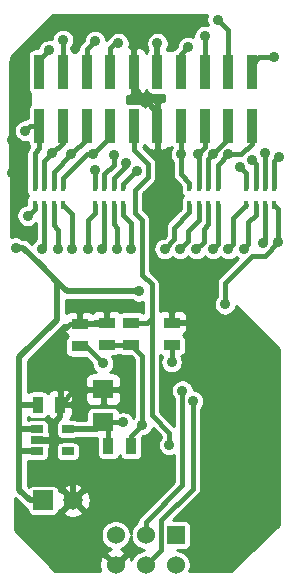
<source format=gtl>
G04 #@! TF.GenerationSoftware,KiCad,Pcbnew,(5.1.5)-3*
G04 #@! TF.CreationDate,2021-08-10T21:54:11+02:00*
G04 #@! TF.ProjectId,eam,65616d2e-6b69-4636-9164-5f7063625858,0429 -*
G04 #@! TF.SameCoordinates,Original*
G04 #@! TF.FileFunction,Copper,L1,Top*
G04 #@! TF.FilePolarity,Positive*
%FSLAX46Y46*%
G04 Gerber Fmt 4.6, Leading zero omitted, Abs format (unit mm)*
G04 Created by KiCad (PCBNEW (5.1.5)-3) date 2021-08-10 21:54:11*
%MOMM*%
%LPD*%
G04 APERTURE LIST*
%ADD10R,0.889000X1.397000*%
%ADD11R,1.397000X0.889000*%
%ADD12R,1.803400X1.600200*%
%ADD13R,1.651000X1.651000*%
%ADD14C,1.651000*%
%ADD15R,1.524000X1.524000*%
%ADD16C,1.524000*%
%ADD17R,0.431800X0.762000*%
%ADD18R,1.000000X0.660000*%
%ADD19R,0.890000X2.900000*%
%ADD20C,0.889000*%
%ADD21C,0.381000*%
%ADD22C,0.508000*%
%ADD23C,0.254000*%
G04 APERTURE END LIST*
D10*
X103147500Y-133900000D03*
X105052500Y-133900000D03*
D11*
X114500000Y-126947500D03*
X114500000Y-128852500D03*
X106700000Y-128952500D03*
X106700000Y-127047500D03*
D12*
X108700000Y-135397000D03*
X108700000Y-132603000D03*
D13*
X103630000Y-142000000D03*
D14*
X106170000Y-142000000D03*
D15*
X114840000Y-144930000D03*
D16*
X114840000Y-147470000D03*
X112300000Y-144930000D03*
X112300000Y-147470000D03*
X109760000Y-144930000D03*
X109760000Y-147470000D03*
D17*
X108001120Y-115438000D03*
X110398880Y-115438000D03*
X110398880Y-116962000D03*
X108001120Y-116962000D03*
X109598780Y-115438000D03*
X109598780Y-116962000D03*
X108801220Y-115438000D03*
X108801220Y-116962000D03*
X102901120Y-115438000D03*
X105298880Y-115438000D03*
X105298880Y-116962000D03*
X102901120Y-116962000D03*
X104498780Y-115438000D03*
X104498780Y-116962000D03*
X103701220Y-115438000D03*
X103701220Y-116962000D03*
X121601220Y-116962000D03*
X121601220Y-115438000D03*
X122398780Y-116962000D03*
X122398780Y-115438000D03*
X120801120Y-116962000D03*
X123198880Y-116962000D03*
X123198880Y-115438000D03*
X120801120Y-115438000D03*
X116801220Y-116962000D03*
X116801220Y-115438000D03*
X117598780Y-116962000D03*
X117598780Y-115438000D03*
X116001120Y-116962000D03*
X118398880Y-116962000D03*
X118398880Y-115438000D03*
X116001120Y-115438000D03*
D11*
X111100000Y-126947500D03*
X111100000Y-128852500D03*
D10*
X111052500Y-137400000D03*
X109147500Y-137400000D03*
D11*
X109000000Y-126947500D03*
X109000000Y-128852500D03*
D18*
X103100000Y-137850000D03*
X103100000Y-135950000D03*
X105700000Y-135950000D03*
X105700000Y-137850000D03*
X103100000Y-136900000D03*
D19*
X121300000Y-105700000D03*
X121300000Y-110300000D03*
X119300000Y-105700000D03*
X119300000Y-110300000D03*
X117300000Y-105700000D03*
X117300000Y-110300000D03*
X115300000Y-105700000D03*
X115300000Y-110300000D03*
X113300000Y-105700000D03*
X113300000Y-110300000D03*
X103300000Y-110300000D03*
X103300000Y-105700000D03*
X105300000Y-110300000D03*
X105300000Y-105700000D03*
X107300000Y-110300000D03*
X107300000Y-105700000D03*
X109300000Y-110300000D03*
X109300000Y-105700000D03*
X111300000Y-110300000D03*
X111300000Y-105700000D03*
D20*
X114500000Y-130300000D03*
X108700000Y-130400000D03*
X110400000Y-135400000D03*
X102300000Y-117900000D03*
X119300000Y-120700000D03*
X115200000Y-120700000D03*
X120600000Y-120700000D03*
X116600000Y-120700000D03*
X122200000Y-120200000D03*
X118000000Y-120700000D03*
X119000000Y-125400000D03*
X123545000Y-120155000D03*
X107400000Y-120700000D03*
X103500000Y-120700000D03*
X108600000Y-120700000D03*
X104900000Y-120700000D03*
X109900000Y-120700000D03*
X106100000Y-120700000D03*
X111100000Y-120700000D03*
X113900000Y-120700000D03*
X102100000Y-110700000D03*
X115900000Y-103600000D03*
X120300000Y-113800000D03*
X116700000Y-112700000D03*
X117300000Y-102700000D03*
X121300000Y-113200000D03*
X118000000Y-112700000D03*
X118400000Y-101300000D03*
X122400000Y-112600000D03*
X119300000Y-112700000D03*
X123200000Y-104500000D03*
X123600000Y-112900000D03*
X104100000Y-103900000D03*
X108000000Y-114000000D03*
X104400000Y-112600000D03*
X105300000Y-103000000D03*
X109600000Y-112800000D03*
X106000000Y-112700000D03*
X108000000Y-103100000D03*
X110600000Y-113400000D03*
X107800000Y-112700000D03*
X110000000Y-103300000D03*
X111600000Y-114100000D03*
X115300000Y-112700000D03*
X114300000Y-137300000D03*
X112000000Y-135600000D03*
X116300000Y-133600000D03*
X115400000Y-132700000D03*
X113300000Y-141200000D03*
X114000000Y-132600000D03*
X110800000Y-132600000D03*
X104900000Y-131400000D03*
X108900000Y-143300000D03*
X110800000Y-130200000D03*
X114400000Y-134800000D03*
X120100000Y-133600000D03*
X122700000Y-133700000D03*
X121200000Y-144000000D03*
X101000000Y-114300000D03*
X101000000Y-111500000D03*
X113900000Y-114300000D03*
X113900000Y-112800000D03*
X111700000Y-124300000D03*
X101300000Y-120600000D03*
X113300000Y-103300000D03*
D21*
X114500000Y-128852500D02*
X114500000Y-130300000D01*
X106700000Y-128952500D02*
X107252500Y-128952500D01*
X107252500Y-128952500D02*
X108700000Y-130400000D01*
X108700000Y-135397000D02*
X110397000Y-135397000D01*
X110397000Y-135397000D02*
X110400000Y-135400000D01*
X109147500Y-137400000D02*
X109147500Y-135844500D01*
X109147500Y-135844500D02*
X108700000Y-135397000D01*
D22*
X105700000Y-135950000D02*
X108147000Y-135950000D01*
X108147000Y-135950000D02*
X108700000Y-135397000D01*
D21*
X102901120Y-117298880D02*
X102901120Y-116962000D01*
X102300000Y-117900000D02*
X102901120Y-117298880D01*
X120801120Y-116998880D02*
X120801120Y-116962000D01*
X119700000Y-118100000D02*
X120801120Y-116998880D01*
X119700000Y-120300000D02*
X119700000Y-118100000D01*
X119300000Y-120700000D02*
X119700000Y-120300000D01*
X116801220Y-118298780D02*
X116801220Y-116962000D01*
X115200000Y-120700000D02*
X115900000Y-120000000D01*
X115900000Y-120000000D02*
X115900000Y-119200000D01*
X115900000Y-119200000D02*
X116801220Y-118298780D01*
X121601220Y-117798780D02*
X121601220Y-116962000D01*
X121000000Y-118400000D02*
X121601220Y-117798780D01*
X121000000Y-120300000D02*
X121000000Y-118400000D01*
X120600000Y-120700000D02*
X121000000Y-120300000D01*
X117598780Y-118601220D02*
X117598780Y-116962000D01*
X117200000Y-119000000D02*
X117598780Y-118601220D01*
X117200000Y-120100000D02*
X117200000Y-119000000D01*
X116600000Y-120700000D02*
X117200000Y-120100000D01*
X122398780Y-120001220D02*
X122398780Y-116962000D01*
X122200000Y-120200000D02*
X122398780Y-120001220D01*
X118398880Y-120301120D02*
X118398880Y-116962000D01*
X118000000Y-120700000D02*
X118398880Y-120301120D01*
X123545000Y-120155000D02*
X122400000Y-121300000D01*
X119000000Y-123600000D02*
X119000000Y-125400000D01*
X121300000Y-121300000D02*
X119000000Y-123600000D01*
X122400000Y-121300000D02*
X121300000Y-121300000D01*
X123545000Y-117308120D02*
X123198880Y-116962000D01*
X123545000Y-120155000D02*
X123545000Y-117308120D01*
X108001120Y-117698880D02*
X108001120Y-116962000D01*
X107400000Y-118300000D02*
X108001120Y-117698880D01*
X107400000Y-120700000D02*
X107400000Y-118300000D01*
X103701220Y-120498780D02*
X103701220Y-116962000D01*
X103500000Y-120700000D02*
X103701220Y-120498780D01*
X108801220Y-120498780D02*
X108801220Y-116962000D01*
X108600000Y-120700000D02*
X108801220Y-120498780D01*
X104498780Y-118698780D02*
X104498780Y-116962000D01*
X104900000Y-119100000D02*
X104498780Y-118698780D01*
X104900000Y-120700000D02*
X104900000Y-119100000D01*
X109598780Y-118598780D02*
X109598780Y-116962000D01*
X109900000Y-118900000D02*
X109598780Y-118598780D01*
X109900000Y-120700000D02*
X109900000Y-118900000D01*
X106100000Y-117763120D02*
X105298880Y-116962000D01*
X106100000Y-120700000D02*
X106100000Y-117763120D01*
X110398880Y-117798880D02*
X110398880Y-116962000D01*
X111100000Y-118500000D02*
X110398880Y-117798880D01*
X111100000Y-120700000D02*
X111100000Y-118500000D01*
X114700000Y-119900000D02*
X114700000Y-118900000D01*
X113900000Y-120700000D02*
X114700000Y-119900000D01*
X114700000Y-118900000D02*
X116001120Y-117598880D01*
X116001120Y-117598880D02*
X116001120Y-116962000D01*
X116001120Y-117598880D02*
X116001120Y-116962000D01*
X114700000Y-118900000D02*
X116001120Y-117598880D01*
X102901120Y-115438000D02*
X102901120Y-112601120D01*
X103300000Y-112202240D02*
X103300000Y-110300000D01*
X102901120Y-112601120D02*
X103300000Y-112202240D01*
X102500000Y-110300000D02*
X103300000Y-110300000D01*
X102100000Y-110700000D02*
X102500000Y-110300000D01*
X115300000Y-104200000D02*
X115300000Y-105700000D01*
X115900000Y-103600000D02*
X115300000Y-104200000D01*
X120801120Y-114301120D02*
X120801120Y-115438000D01*
X120300000Y-113800000D02*
X120801120Y-114301120D01*
X116801220Y-115438000D02*
X116801220Y-112801220D01*
X116801220Y-112801220D02*
X116700000Y-112700000D01*
X117300000Y-112100000D02*
X117300000Y-110300000D01*
X116700000Y-112700000D02*
X117300000Y-112100000D01*
X117300000Y-102700000D02*
X117300000Y-105700000D01*
X121601220Y-115438000D02*
X121601220Y-113501220D01*
X121601220Y-113501220D02*
X121300000Y-113200000D01*
X117598780Y-115438000D02*
X117598780Y-113101220D01*
X117598780Y-113101220D02*
X118000000Y-112700000D01*
X119300000Y-111400000D02*
X119300000Y-110300000D01*
X118000000Y-112700000D02*
X119300000Y-111400000D01*
X118400000Y-101300000D02*
X119300000Y-102200000D01*
X119300000Y-102200000D02*
X119300000Y-105700000D01*
X122398780Y-115438000D02*
X122398780Y-112601220D01*
X122398780Y-112601220D02*
X122400000Y-112600000D01*
X118398880Y-115438000D02*
X118398880Y-113601120D01*
X118398880Y-113601120D02*
X119300000Y-112700000D01*
X120400000Y-112700000D02*
X121300000Y-111800000D01*
X119300000Y-112700000D02*
X120400000Y-112700000D01*
X121300000Y-111800000D02*
X121300000Y-110300000D01*
X121300000Y-105100000D02*
X121300000Y-105700000D01*
X121900000Y-104500000D02*
X121300000Y-105100000D01*
X123200000Y-104500000D02*
X121900000Y-104500000D01*
X123198880Y-115438000D02*
X123198880Y-113301120D01*
X123198880Y-113301120D02*
X123600000Y-112900000D01*
X103300000Y-104700000D02*
X103300000Y-105700000D01*
X104100000Y-103900000D02*
X103300000Y-104700000D01*
X108001120Y-114001120D02*
X108001120Y-115438000D01*
X108000000Y-114000000D02*
X108001120Y-114001120D01*
X103701220Y-115438000D02*
X103701220Y-113298780D01*
X103701220Y-113298780D02*
X104400000Y-112600000D01*
X105300000Y-111700000D02*
X105300000Y-110300000D01*
X104400000Y-112600000D02*
X105300000Y-111700000D01*
X105300000Y-103000000D02*
X105300000Y-105700000D01*
X108801220Y-115438000D02*
X108801220Y-114398780D01*
X109600000Y-113600000D02*
X109600000Y-112800000D01*
X108801220Y-114398780D02*
X109600000Y-113600000D01*
X104498780Y-115438000D02*
X104498780Y-114201220D01*
X104498780Y-114201220D02*
X106000000Y-112700000D01*
X107300000Y-111400000D02*
X107300000Y-110300000D01*
X106000000Y-112700000D02*
X107300000Y-111400000D01*
X107300000Y-103800000D02*
X107300000Y-105700000D01*
X108000000Y-103100000D02*
X107300000Y-103800000D01*
X109598780Y-115438000D02*
X109598780Y-114701220D01*
X110600000Y-113700000D02*
X110600000Y-113400000D01*
X109598780Y-114701220D02*
X110600000Y-113700000D01*
X105298880Y-115438000D02*
X105298880Y-114701120D01*
X107300000Y-112700000D02*
X107800000Y-112700000D01*
X105298880Y-114701120D02*
X107300000Y-112700000D01*
X109300000Y-111200000D02*
X109300000Y-110300000D01*
X107800000Y-112700000D02*
X109300000Y-111200000D01*
X109300000Y-103700000D02*
X109300000Y-105700000D01*
X109700000Y-103300000D02*
X109300000Y-103700000D01*
X110000000Y-103300000D02*
X109700000Y-103300000D01*
X110398880Y-115438000D02*
X110398880Y-115201120D01*
X111500000Y-114100000D02*
X111600000Y-114100000D01*
X110398880Y-115201120D02*
X111500000Y-114100000D01*
X116001120Y-115438000D02*
X116001120Y-115101120D01*
X115300000Y-114400000D02*
X115300000Y-112700000D01*
X116001120Y-115101120D02*
X115300000Y-114400000D01*
X115300000Y-112700000D02*
X115300000Y-110300000D01*
X112800000Y-134300000D02*
X112800000Y-134800000D01*
X112800000Y-126600000D02*
X112800000Y-134300000D01*
X114300000Y-136300000D02*
X114300000Y-137300000D01*
X112800000Y-134800000D02*
X114300000Y-136300000D01*
X111100000Y-126947500D02*
X112452500Y-126947500D01*
X112452500Y-126947500D02*
X112800000Y-126600000D01*
X111300000Y-110300000D02*
X111300000Y-112300000D01*
X112800000Y-123700000D02*
X112800000Y-126600000D01*
X112000000Y-122900000D02*
X112800000Y-123700000D01*
X112000000Y-118300000D02*
X112000000Y-122900000D01*
X111400000Y-117700000D02*
X112000000Y-118300000D01*
X111400000Y-115700000D02*
X111400000Y-117700000D01*
X112500000Y-114600000D02*
X111400000Y-115700000D01*
X112500000Y-113500000D02*
X112500000Y-114600000D01*
X111300000Y-112300000D02*
X112500000Y-113500000D01*
X111052500Y-137400000D02*
X111052500Y-136547500D01*
X111052500Y-136547500D02*
X112000000Y-135600000D01*
X109000000Y-128852500D02*
X111100000Y-128852500D01*
X111100000Y-128852500D02*
X112000000Y-129752500D01*
X112000000Y-129752500D02*
X112000000Y-135600000D01*
X112300000Y-147470000D02*
X113600000Y-146170000D01*
X116300000Y-141000000D02*
X116300000Y-133600000D01*
X113600000Y-143700000D02*
X116300000Y-141000000D01*
X113600000Y-146170000D02*
X113600000Y-143700000D01*
X112300000Y-144930000D02*
X112300000Y-143800000D01*
X115400000Y-140700000D02*
X115400000Y-132700000D01*
X112300000Y-143800000D02*
X115400000Y-140700000D01*
X108700000Y-132603000D02*
X110797000Y-132603000D01*
X110797000Y-132603000D02*
X110800000Y-132600000D01*
X104900000Y-131400000D02*
X105052500Y-131400000D01*
X106700000Y-127047500D02*
X108900000Y-127047500D01*
X108900000Y-127047500D02*
X109000000Y-126947500D01*
X105052500Y-133900000D02*
X105052500Y-131400000D01*
X105052500Y-131400000D02*
X105052500Y-127847500D01*
X105052500Y-127847500D02*
X105852500Y-127047500D01*
X105852500Y-127047500D02*
X106700000Y-127047500D01*
X108700000Y-132603000D02*
X106349500Y-132603000D01*
X106349500Y-132603000D02*
X105052500Y-133900000D01*
D22*
X104200000Y-136900000D02*
X104400000Y-137100000D01*
X106170000Y-140670000D02*
X106170000Y-142000000D01*
X104400000Y-138900000D02*
X106170000Y-140670000D01*
X104400000Y-137100000D02*
X104400000Y-138900000D01*
X103100000Y-136900000D02*
X104200000Y-136900000D01*
X105052500Y-134947500D02*
X105052500Y-133900000D01*
X104400000Y-135600000D02*
X105052500Y-134947500D01*
X104400000Y-136700000D02*
X104400000Y-135600000D01*
X104200000Y-136900000D02*
X104400000Y-136700000D01*
X101000000Y-111500000D02*
X101000000Y-114300000D01*
X101000000Y-111500000D02*
X101000000Y-104900000D01*
X101000000Y-104900000D02*
X104300000Y-101600000D01*
X104300000Y-101600000D02*
X110700000Y-101600000D01*
X110700000Y-101600000D02*
X111300000Y-102200000D01*
X111300000Y-102200000D02*
X111300000Y-105700000D01*
X113300000Y-110300000D02*
X113300000Y-109100000D01*
X111300000Y-107100000D02*
X111300000Y-105700000D01*
X113300000Y-109100000D02*
X111300000Y-107100000D01*
X113900000Y-114300000D02*
X113900000Y-114200000D01*
X105600000Y-124300000D02*
X104800000Y-123500000D01*
X111700000Y-124300000D02*
X105600000Y-124300000D01*
X103100000Y-137850000D02*
X101600000Y-137850000D01*
X103100000Y-135950000D02*
X101600000Y-135950000D01*
X101600000Y-135950000D02*
X101600000Y-135900000D01*
X103147500Y-133900000D02*
X101600000Y-133900000D01*
X101600000Y-133900000D02*
X101600000Y-134000000D01*
X103400000Y-122100000D02*
X104800000Y-123500000D01*
X101300000Y-120600000D02*
X101900000Y-120600000D01*
X101900000Y-120600000D02*
X103400000Y-122100000D01*
X102500000Y-142000000D02*
X103630000Y-142000000D01*
X101600000Y-141100000D02*
X102500000Y-142000000D01*
X101600000Y-129900000D02*
X101600000Y-134000000D01*
X104800000Y-123500000D02*
X104800000Y-126700000D01*
X104800000Y-126700000D02*
X101600000Y-129900000D01*
X101600000Y-134000000D02*
X101600000Y-135900000D01*
X101600000Y-135900000D02*
X101600000Y-137850000D01*
X101600000Y-137850000D02*
X101600000Y-141100000D01*
X113300000Y-105700000D02*
X113300000Y-103300000D01*
D23*
G36*
X117484104Y-101022166D02*
G01*
X117447500Y-101206187D01*
X117447500Y-101393813D01*
X117484104Y-101577834D01*
X117555905Y-101751178D01*
X117577933Y-101784145D01*
X117577834Y-101784104D01*
X117393813Y-101747500D01*
X117206187Y-101747500D01*
X117022166Y-101784104D01*
X116848822Y-101855905D01*
X116692816Y-101960145D01*
X116560145Y-102092816D01*
X116455905Y-102248822D01*
X116384104Y-102422166D01*
X116347500Y-102606187D01*
X116347500Y-102754382D01*
X116177834Y-102684104D01*
X115993813Y-102647500D01*
X115806187Y-102647500D01*
X115622166Y-102684104D01*
X115448822Y-102755905D01*
X115292816Y-102860145D01*
X115160145Y-102992816D01*
X115055905Y-103148822D01*
X114984104Y-103322166D01*
X114947500Y-103506187D01*
X114947500Y-103564672D01*
X114830343Y-103681830D01*
X114803697Y-103703698D01*
X114781829Y-103730344D01*
X114781826Y-103730347D01*
X114767181Y-103748192D01*
X114755415Y-103749351D01*
X114659657Y-103778399D01*
X114571405Y-103825571D01*
X114513612Y-103873000D01*
X114086388Y-103873000D01*
X114071087Y-103860443D01*
X114144095Y-103751178D01*
X114215896Y-103577834D01*
X114252500Y-103393813D01*
X114252500Y-103206187D01*
X114215896Y-103022166D01*
X114144095Y-102848822D01*
X114039855Y-102692816D01*
X113907184Y-102560145D01*
X113751178Y-102455905D01*
X113577834Y-102384104D01*
X113393813Y-102347500D01*
X113206187Y-102347500D01*
X113022166Y-102384104D01*
X112848822Y-102455905D01*
X112692816Y-102560145D01*
X112560145Y-102692816D01*
X112455905Y-102848822D01*
X112384104Y-103022166D01*
X112347500Y-103206187D01*
X112347500Y-103393813D01*
X112384104Y-103577834D01*
X112455905Y-103751178D01*
X112528913Y-103860443D01*
X112494052Y-103889052D01*
X112430571Y-103966405D01*
X112383399Y-104054657D01*
X112366358Y-104110834D01*
X112334502Y-104005820D01*
X112275537Y-103895506D01*
X112196185Y-103798815D01*
X112099494Y-103719463D01*
X111989180Y-103660498D01*
X111869482Y-103624188D01*
X111745000Y-103611928D01*
X111585750Y-103615000D01*
X111427000Y-103773750D01*
X111427000Y-105573000D01*
X111447000Y-105573000D01*
X111447000Y-105827000D01*
X111427000Y-105827000D01*
X111427000Y-107626250D01*
X111585750Y-107785000D01*
X111745000Y-107788072D01*
X111869482Y-107775812D01*
X111989180Y-107739502D01*
X112099494Y-107680537D01*
X112196185Y-107601185D01*
X112275537Y-107504494D01*
X112334502Y-107394180D01*
X112366358Y-107289166D01*
X112383399Y-107345343D01*
X112430571Y-107433595D01*
X112494052Y-107510948D01*
X112571405Y-107574429D01*
X112659657Y-107621601D01*
X112755415Y-107650649D01*
X112855000Y-107660457D01*
X113745000Y-107660457D01*
X113844585Y-107650649D01*
X113873000Y-107642029D01*
X113873000Y-108225255D01*
X113869482Y-108224188D01*
X113745000Y-108211928D01*
X113585750Y-108215000D01*
X113427000Y-108373750D01*
X113427000Y-110173000D01*
X113447000Y-110173000D01*
X113447000Y-110427000D01*
X113427000Y-110427000D01*
X113427000Y-112226250D01*
X113585750Y-112385000D01*
X113745000Y-112388072D01*
X113869482Y-112375812D01*
X113989180Y-112339502D01*
X114099494Y-112280537D01*
X114196185Y-112201185D01*
X114259107Y-112124514D01*
X114507671Y-112122124D01*
X114528913Y-112139557D01*
X114455905Y-112248822D01*
X114384104Y-112422166D01*
X114347500Y-112606187D01*
X114347500Y-112793813D01*
X114384104Y-112977834D01*
X114455905Y-113151178D01*
X114560145Y-113307184D01*
X114601501Y-113348540D01*
X114601500Y-114365701D01*
X114598122Y-114400000D01*
X114601500Y-114434298D01*
X114601500Y-114434308D01*
X114611607Y-114536929D01*
X114644116Y-114644095D01*
X114651549Y-114668598D01*
X114716409Y-114789943D01*
X114781826Y-114869653D01*
X114781829Y-114869656D01*
X114803697Y-114896302D01*
X114830344Y-114918171D01*
X115274763Y-115362591D01*
X115274763Y-115819000D01*
X115284571Y-115918585D01*
X115313619Y-116014343D01*
X115360791Y-116102595D01*
X115424272Y-116179948D01*
X115448706Y-116200000D01*
X115424272Y-116220052D01*
X115360791Y-116297405D01*
X115313619Y-116385657D01*
X115284571Y-116481415D01*
X115274763Y-116581000D01*
X115274763Y-117337409D01*
X114230344Y-118381829D01*
X114203698Y-118403697D01*
X114181830Y-118430343D01*
X114181826Y-118430347D01*
X114116409Y-118510057D01*
X114051549Y-118631402D01*
X114048985Y-118639855D01*
X114011609Y-118763069D01*
X114011608Y-118763071D01*
X113998122Y-118900000D01*
X114001501Y-118934308D01*
X114001500Y-119610672D01*
X113864672Y-119747500D01*
X113806187Y-119747500D01*
X113622166Y-119784104D01*
X113448822Y-119855905D01*
X113292816Y-119960145D01*
X113160145Y-120092816D01*
X113055905Y-120248822D01*
X112984104Y-120422166D01*
X112947500Y-120606187D01*
X112947500Y-120793813D01*
X112984104Y-120977834D01*
X113055905Y-121151178D01*
X113160145Y-121307184D01*
X113292816Y-121439855D01*
X113448822Y-121544095D01*
X113622166Y-121615896D01*
X113806187Y-121652500D01*
X113993813Y-121652500D01*
X114177834Y-121615896D01*
X114351178Y-121544095D01*
X114507184Y-121439855D01*
X114550000Y-121397039D01*
X114592816Y-121439855D01*
X114748822Y-121544095D01*
X114922166Y-121615896D01*
X115106187Y-121652500D01*
X115293813Y-121652500D01*
X115477834Y-121615896D01*
X115651178Y-121544095D01*
X115807184Y-121439855D01*
X115900000Y-121347039D01*
X115992816Y-121439855D01*
X116148822Y-121544095D01*
X116322166Y-121615896D01*
X116506187Y-121652500D01*
X116693813Y-121652500D01*
X116877834Y-121615896D01*
X117051178Y-121544095D01*
X117207184Y-121439855D01*
X117300000Y-121347039D01*
X117392816Y-121439855D01*
X117548822Y-121544095D01*
X117722166Y-121615896D01*
X117906187Y-121652500D01*
X118093813Y-121652500D01*
X118277834Y-121615896D01*
X118451178Y-121544095D01*
X118607184Y-121439855D01*
X118650000Y-121397039D01*
X118692816Y-121439855D01*
X118848822Y-121544095D01*
X119022166Y-121615896D01*
X119206187Y-121652500D01*
X119393813Y-121652500D01*
X119577834Y-121615896D01*
X119751178Y-121544095D01*
X119907184Y-121439855D01*
X119950000Y-121397039D01*
X119992816Y-121439855D01*
X120100419Y-121511753D01*
X118530344Y-123081829D01*
X118503697Y-123103698D01*
X118481829Y-123130344D01*
X118481826Y-123130347D01*
X118416409Y-123210057D01*
X118356937Y-123321321D01*
X118351548Y-123331404D01*
X118311607Y-123463071D01*
X118301500Y-123565692D01*
X118301500Y-123565702D01*
X118298122Y-123600000D01*
X118301500Y-123634299D01*
X118301501Y-124751460D01*
X118260145Y-124792816D01*
X118155905Y-124948822D01*
X118084104Y-125122166D01*
X118047500Y-125306187D01*
X118047500Y-125493813D01*
X118084104Y-125677834D01*
X118155905Y-125851178D01*
X118260145Y-126007184D01*
X118392816Y-126139855D01*
X118548822Y-126244095D01*
X118722166Y-126315896D01*
X118906187Y-126352500D01*
X119093813Y-126352500D01*
X119277834Y-126315896D01*
X119451178Y-126244095D01*
X119607184Y-126139855D01*
X119739855Y-126007184D01*
X119844095Y-125851178D01*
X119915896Y-125677834D01*
X119946147Y-125525753D01*
X123573000Y-129152606D01*
X123573000Y-144046475D01*
X119548311Y-147973000D01*
X116006289Y-147973000D01*
X116061195Y-147840445D01*
X116110000Y-147595084D01*
X116110000Y-147344916D01*
X116061195Y-147099555D01*
X115965459Y-146868429D01*
X115826473Y-146660422D01*
X115649578Y-146483527D01*
X115441571Y-146344541D01*
X115210445Y-146248805D01*
X114977436Y-146202457D01*
X115602000Y-146202457D01*
X115701585Y-146192649D01*
X115797343Y-146163601D01*
X115885595Y-146116429D01*
X115962948Y-146052948D01*
X116026429Y-145975595D01*
X116073601Y-145887343D01*
X116102649Y-145791585D01*
X116112457Y-145692000D01*
X116112457Y-144168000D01*
X116102649Y-144068415D01*
X116073601Y-143972657D01*
X116026429Y-143884405D01*
X115962948Y-143807052D01*
X115885595Y-143743571D01*
X115797343Y-143696399D01*
X115701585Y-143667351D01*
X115602000Y-143657543D01*
X114630284Y-143657543D01*
X116769662Y-141518166D01*
X116796302Y-141496303D01*
X116818167Y-141469661D01*
X116818174Y-141469654D01*
X116883591Y-141389943D01*
X116935623Y-141292598D01*
X116948452Y-141268597D01*
X116988393Y-141136930D01*
X116998500Y-141034309D01*
X116998500Y-141034298D01*
X117001878Y-141000000D01*
X116998500Y-140965702D01*
X116998500Y-134248539D01*
X117039855Y-134207184D01*
X117144095Y-134051178D01*
X117215896Y-133877834D01*
X117252500Y-133693813D01*
X117252500Y-133506187D01*
X117215896Y-133322166D01*
X117144095Y-133148822D01*
X117039855Y-132992816D01*
X116907184Y-132860145D01*
X116751178Y-132755905D01*
X116577834Y-132684104D01*
X116393813Y-132647500D01*
X116352500Y-132647500D01*
X116352500Y-132606187D01*
X116315896Y-132422166D01*
X116244095Y-132248822D01*
X116139855Y-132092816D01*
X116007184Y-131960145D01*
X115851178Y-131855905D01*
X115677834Y-131784104D01*
X115493813Y-131747500D01*
X115306187Y-131747500D01*
X115122166Y-131784104D01*
X114948822Y-131855905D01*
X114792816Y-131960145D01*
X114660145Y-132092816D01*
X114555905Y-132248822D01*
X114484104Y-132422166D01*
X114447500Y-132606187D01*
X114447500Y-132793813D01*
X114484104Y-132977834D01*
X114555905Y-133151178D01*
X114660145Y-133307184D01*
X114701501Y-133348540D01*
X114701501Y-135713673D01*
X113498500Y-134510673D01*
X113498500Y-129705504D01*
X113517905Y-129721429D01*
X113606157Y-129768601D01*
X113692089Y-129794668D01*
X113655905Y-129848822D01*
X113584104Y-130022166D01*
X113547500Y-130206187D01*
X113547500Y-130393813D01*
X113584104Y-130577834D01*
X113655905Y-130751178D01*
X113760145Y-130907184D01*
X113892816Y-131039855D01*
X114048822Y-131144095D01*
X114222166Y-131215896D01*
X114406187Y-131252500D01*
X114593813Y-131252500D01*
X114777834Y-131215896D01*
X114951178Y-131144095D01*
X115107184Y-131039855D01*
X115239855Y-130907184D01*
X115344095Y-130751178D01*
X115415896Y-130577834D01*
X115452500Y-130393813D01*
X115452500Y-130206187D01*
X115415896Y-130022166D01*
X115344095Y-129848822D01*
X115307911Y-129794668D01*
X115393843Y-129768601D01*
X115482095Y-129721429D01*
X115559448Y-129657948D01*
X115622929Y-129580595D01*
X115670101Y-129492343D01*
X115699149Y-129396585D01*
X115708957Y-129297000D01*
X115708957Y-128408000D01*
X115699149Y-128308415D01*
X115670101Y-128212657D01*
X115622929Y-128124405D01*
X115559448Y-128047052D01*
X115482095Y-127983571D01*
X115460452Y-127972003D01*
X115552994Y-127922537D01*
X115649685Y-127843185D01*
X115729037Y-127746494D01*
X115788002Y-127636180D01*
X115824312Y-127516482D01*
X115836572Y-127392000D01*
X115833500Y-127233250D01*
X115674750Y-127074500D01*
X114627000Y-127074500D01*
X114627000Y-127094500D01*
X114373000Y-127094500D01*
X114373000Y-127074500D01*
X114353000Y-127074500D01*
X114353000Y-126820500D01*
X114373000Y-126820500D01*
X114373000Y-126026750D01*
X114627000Y-126026750D01*
X114627000Y-126820500D01*
X115674750Y-126820500D01*
X115833500Y-126661750D01*
X115836572Y-126503000D01*
X115824312Y-126378518D01*
X115788002Y-126258820D01*
X115729037Y-126148506D01*
X115649685Y-126051815D01*
X115552994Y-125972463D01*
X115442680Y-125913498D01*
X115322982Y-125877188D01*
X115198500Y-125864928D01*
X114785750Y-125868000D01*
X114627000Y-126026750D01*
X114373000Y-126026750D01*
X114214250Y-125868000D01*
X113801500Y-125864928D01*
X113677018Y-125877188D01*
X113557320Y-125913498D01*
X113498500Y-125944938D01*
X113498500Y-123734298D01*
X113501878Y-123700000D01*
X113498500Y-123665702D01*
X113498500Y-123665691D01*
X113488393Y-123563070D01*
X113448452Y-123431403D01*
X113401163Y-123342932D01*
X113383591Y-123310056D01*
X113318174Y-123230346D01*
X113318167Y-123230339D01*
X113296302Y-123203697D01*
X113269661Y-123181834D01*
X112698500Y-122610673D01*
X112698500Y-118334297D01*
X112701878Y-118299999D01*
X112698500Y-118265701D01*
X112698500Y-118265691D01*
X112688393Y-118163070D01*
X112648452Y-118031403D01*
X112648451Y-118031401D01*
X112583591Y-117910056D01*
X112518174Y-117830345D01*
X112518162Y-117830333D01*
X112496302Y-117803697D01*
X112469667Y-117781838D01*
X112098500Y-117410672D01*
X112098500Y-115989327D01*
X112969657Y-115118171D01*
X112996303Y-115096303D01*
X113018171Y-115069657D01*
X113018174Y-115069654D01*
X113083591Y-114989944D01*
X113118260Y-114925083D01*
X113148452Y-114868597D01*
X113188393Y-114736930D01*
X113198500Y-114634309D01*
X113198500Y-114634298D01*
X113201878Y-114600000D01*
X113198500Y-114565702D01*
X113198500Y-113534297D01*
X113201878Y-113499999D01*
X113198500Y-113465701D01*
X113198500Y-113465691D01*
X113188393Y-113363070D01*
X113148452Y-113231403D01*
X113122896Y-113183591D01*
X113083591Y-113110056D01*
X113018174Y-113030345D01*
X113018162Y-113030333D01*
X112996302Y-113003697D01*
X112969667Y-112981838D01*
X112102009Y-112114181D01*
X112105948Y-112110948D01*
X112169429Y-112033595D01*
X112216601Y-111945343D01*
X112233642Y-111889166D01*
X112265498Y-111994180D01*
X112324463Y-112104494D01*
X112403815Y-112201185D01*
X112500506Y-112280537D01*
X112610820Y-112339502D01*
X112730518Y-112375812D01*
X112855000Y-112388072D01*
X113014250Y-112385000D01*
X113173000Y-112226250D01*
X113173000Y-110427000D01*
X113153000Y-110427000D01*
X113153000Y-110173000D01*
X113173000Y-110173000D01*
X113173000Y-108373750D01*
X113014250Y-108215000D01*
X112855000Y-108211928D01*
X112730518Y-108224188D01*
X112610820Y-108260498D01*
X112500506Y-108319463D01*
X112403815Y-108398815D01*
X112324463Y-108495506D01*
X112265498Y-108605820D01*
X112233642Y-108710834D01*
X112216601Y-108654657D01*
X112169429Y-108566405D01*
X112105948Y-108489052D01*
X112028595Y-108425571D01*
X111940343Y-108378399D01*
X111844585Y-108349351D01*
X111745000Y-108339543D01*
X110855000Y-108339543D01*
X110755415Y-108349351D01*
X110727000Y-108357971D01*
X110727000Y-107774745D01*
X110730518Y-107775812D01*
X110855000Y-107788072D01*
X111014250Y-107785000D01*
X111173000Y-107626250D01*
X111173000Y-105827000D01*
X111153000Y-105827000D01*
X111153000Y-105573000D01*
X111173000Y-105573000D01*
X111173000Y-103773750D01*
X111014250Y-103615000D01*
X110901403Y-103612823D01*
X110915896Y-103577834D01*
X110952500Y-103393813D01*
X110952500Y-103206187D01*
X110915896Y-103022166D01*
X110844095Y-102848822D01*
X110739855Y-102692816D01*
X110607184Y-102560145D01*
X110451178Y-102455905D01*
X110277834Y-102384104D01*
X110093813Y-102347500D01*
X109906187Y-102347500D01*
X109722166Y-102384104D01*
X109548822Y-102455905D01*
X109392816Y-102560145D01*
X109260145Y-102692816D01*
X109155905Y-102848822D01*
X109150640Y-102861533D01*
X108952500Y-103059673D01*
X108952500Y-103006187D01*
X108915896Y-102822166D01*
X108844095Y-102648822D01*
X108739855Y-102492816D01*
X108607184Y-102360145D01*
X108451178Y-102255905D01*
X108277834Y-102184104D01*
X108093813Y-102147500D01*
X107906187Y-102147500D01*
X107722166Y-102184104D01*
X107548822Y-102255905D01*
X107392816Y-102360145D01*
X107260145Y-102492816D01*
X107155905Y-102648822D01*
X107084104Y-102822166D01*
X107047500Y-103006187D01*
X107047500Y-103064673D01*
X106830344Y-103281829D01*
X106803697Y-103303698D01*
X106781829Y-103330344D01*
X106781826Y-103330347D01*
X106716409Y-103410057D01*
X106671284Y-103494481D01*
X106651548Y-103531404D01*
X106611607Y-103663071D01*
X106601500Y-103765692D01*
X106601500Y-103765702D01*
X106598122Y-103800000D01*
X106599178Y-103810726D01*
X106571405Y-103825571D01*
X106494052Y-103889052D01*
X106430571Y-103966405D01*
X106383399Y-104054657D01*
X106377835Y-104073000D01*
X106222165Y-104073000D01*
X106216601Y-104054657D01*
X106169429Y-103966405D01*
X106105948Y-103889052D01*
X106028595Y-103825571D01*
X105998500Y-103809485D01*
X105998500Y-103648539D01*
X106039855Y-103607184D01*
X106144095Y-103451178D01*
X106215896Y-103277834D01*
X106252500Y-103093813D01*
X106252500Y-102906187D01*
X106215896Y-102722166D01*
X106144095Y-102548822D01*
X106039855Y-102392816D01*
X105907184Y-102260145D01*
X105751178Y-102155905D01*
X105577834Y-102084104D01*
X105393813Y-102047500D01*
X105206187Y-102047500D01*
X105022166Y-102084104D01*
X104848822Y-102155905D01*
X104692816Y-102260145D01*
X104560145Y-102392816D01*
X104455905Y-102548822D01*
X104384104Y-102722166D01*
X104347500Y-102906187D01*
X104347500Y-102978070D01*
X104193813Y-102947500D01*
X104006187Y-102947500D01*
X103822166Y-102984104D01*
X103648822Y-103055905D01*
X103492816Y-103160145D01*
X103360145Y-103292816D01*
X103255905Y-103448822D01*
X103184104Y-103622166D01*
X103160756Y-103739543D01*
X102855000Y-103739543D01*
X102755415Y-103749351D01*
X102659657Y-103778399D01*
X102571405Y-103825571D01*
X102494052Y-103889052D01*
X102430571Y-103966405D01*
X102383399Y-104054657D01*
X102354351Y-104150415D01*
X102344543Y-104250000D01*
X102344543Y-107150000D01*
X102354351Y-107249585D01*
X102383399Y-107345343D01*
X102430571Y-107433595D01*
X102473000Y-107485296D01*
X102473000Y-108514704D01*
X102430571Y-108566405D01*
X102383399Y-108654657D01*
X102354351Y-108750415D01*
X102344543Y-108850000D01*
X102344543Y-109617227D01*
X102231403Y-109651548D01*
X102231401Y-109651549D01*
X102110056Y-109716409D01*
X102072172Y-109747500D01*
X102006187Y-109747500D01*
X101822166Y-109784104D01*
X101648822Y-109855905D01*
X101492816Y-109960145D01*
X101360145Y-110092816D01*
X101255905Y-110248822D01*
X101184104Y-110422166D01*
X101147500Y-110606187D01*
X101147500Y-110793813D01*
X101184104Y-110977834D01*
X101255905Y-111151178D01*
X101360145Y-111307184D01*
X101492816Y-111439855D01*
X101648822Y-111544095D01*
X101822166Y-111615896D01*
X102006187Y-111652500D01*
X102193813Y-111652500D01*
X102344543Y-111622518D01*
X102344543Y-111750000D01*
X102354351Y-111849585D01*
X102383399Y-111945343D01*
X102430571Y-112033595D01*
X102453220Y-112061193D01*
X102431464Y-112082949D01*
X102404818Y-112104817D01*
X102382950Y-112131463D01*
X102382946Y-112131467D01*
X102317529Y-112211177D01*
X102252669Y-112332522D01*
X102245576Y-112355905D01*
X102212728Y-112464190D01*
X102202989Y-112563071D01*
X102199242Y-112601120D01*
X102202621Y-112635428D01*
X102202620Y-114897915D01*
X102184571Y-114957415D01*
X102174763Y-115057000D01*
X102174763Y-115819000D01*
X102184571Y-115918585D01*
X102213619Y-116014343D01*
X102260791Y-116102595D01*
X102324272Y-116179948D01*
X102348706Y-116200000D01*
X102324272Y-116220052D01*
X102260791Y-116297405D01*
X102213619Y-116385657D01*
X102184571Y-116481415D01*
X102174763Y-116581000D01*
X102174763Y-116953751D01*
X102022166Y-116984104D01*
X101848822Y-117055905D01*
X101692816Y-117160145D01*
X101560145Y-117292816D01*
X101455905Y-117448822D01*
X101384104Y-117622166D01*
X101347500Y-117806187D01*
X101347500Y-117993813D01*
X101384104Y-118177834D01*
X101455905Y-118351178D01*
X101560145Y-118507184D01*
X101692816Y-118639855D01*
X101848822Y-118744095D01*
X102022166Y-118815896D01*
X102206187Y-118852500D01*
X102393813Y-118852500D01*
X102577834Y-118815896D01*
X102751178Y-118744095D01*
X102907184Y-118639855D01*
X103002721Y-118544318D01*
X103002720Y-119886709D01*
X102892816Y-119960145D01*
X102760145Y-120092816D01*
X102655905Y-120248822D01*
X102647278Y-120269648D01*
X102465284Y-120087654D01*
X102441422Y-120058578D01*
X102325392Y-119963355D01*
X102193015Y-119892598D01*
X102049378Y-119849026D01*
X101937426Y-119838000D01*
X101937423Y-119838000D01*
X101900000Y-119834314D01*
X101872569Y-119837016D01*
X101751178Y-119755905D01*
X101577834Y-119684104D01*
X101393813Y-119647500D01*
X101206187Y-119647500D01*
X101022166Y-119684104D01*
X100927000Y-119723523D01*
X100927000Y-104452606D01*
X104452606Y-100927000D01*
X117523523Y-100927000D01*
X117484104Y-101022166D01*
G37*
X117484104Y-101022166D02*
X117447500Y-101206187D01*
X117447500Y-101393813D01*
X117484104Y-101577834D01*
X117555905Y-101751178D01*
X117577933Y-101784145D01*
X117577834Y-101784104D01*
X117393813Y-101747500D01*
X117206187Y-101747500D01*
X117022166Y-101784104D01*
X116848822Y-101855905D01*
X116692816Y-101960145D01*
X116560145Y-102092816D01*
X116455905Y-102248822D01*
X116384104Y-102422166D01*
X116347500Y-102606187D01*
X116347500Y-102754382D01*
X116177834Y-102684104D01*
X115993813Y-102647500D01*
X115806187Y-102647500D01*
X115622166Y-102684104D01*
X115448822Y-102755905D01*
X115292816Y-102860145D01*
X115160145Y-102992816D01*
X115055905Y-103148822D01*
X114984104Y-103322166D01*
X114947500Y-103506187D01*
X114947500Y-103564672D01*
X114830343Y-103681830D01*
X114803697Y-103703698D01*
X114781829Y-103730344D01*
X114781826Y-103730347D01*
X114767181Y-103748192D01*
X114755415Y-103749351D01*
X114659657Y-103778399D01*
X114571405Y-103825571D01*
X114513612Y-103873000D01*
X114086388Y-103873000D01*
X114071087Y-103860443D01*
X114144095Y-103751178D01*
X114215896Y-103577834D01*
X114252500Y-103393813D01*
X114252500Y-103206187D01*
X114215896Y-103022166D01*
X114144095Y-102848822D01*
X114039855Y-102692816D01*
X113907184Y-102560145D01*
X113751178Y-102455905D01*
X113577834Y-102384104D01*
X113393813Y-102347500D01*
X113206187Y-102347500D01*
X113022166Y-102384104D01*
X112848822Y-102455905D01*
X112692816Y-102560145D01*
X112560145Y-102692816D01*
X112455905Y-102848822D01*
X112384104Y-103022166D01*
X112347500Y-103206187D01*
X112347500Y-103393813D01*
X112384104Y-103577834D01*
X112455905Y-103751178D01*
X112528913Y-103860443D01*
X112494052Y-103889052D01*
X112430571Y-103966405D01*
X112383399Y-104054657D01*
X112366358Y-104110834D01*
X112334502Y-104005820D01*
X112275537Y-103895506D01*
X112196185Y-103798815D01*
X112099494Y-103719463D01*
X111989180Y-103660498D01*
X111869482Y-103624188D01*
X111745000Y-103611928D01*
X111585750Y-103615000D01*
X111427000Y-103773750D01*
X111427000Y-105573000D01*
X111447000Y-105573000D01*
X111447000Y-105827000D01*
X111427000Y-105827000D01*
X111427000Y-107626250D01*
X111585750Y-107785000D01*
X111745000Y-107788072D01*
X111869482Y-107775812D01*
X111989180Y-107739502D01*
X112099494Y-107680537D01*
X112196185Y-107601185D01*
X112275537Y-107504494D01*
X112334502Y-107394180D01*
X112366358Y-107289166D01*
X112383399Y-107345343D01*
X112430571Y-107433595D01*
X112494052Y-107510948D01*
X112571405Y-107574429D01*
X112659657Y-107621601D01*
X112755415Y-107650649D01*
X112855000Y-107660457D01*
X113745000Y-107660457D01*
X113844585Y-107650649D01*
X113873000Y-107642029D01*
X113873000Y-108225255D01*
X113869482Y-108224188D01*
X113745000Y-108211928D01*
X113585750Y-108215000D01*
X113427000Y-108373750D01*
X113427000Y-110173000D01*
X113447000Y-110173000D01*
X113447000Y-110427000D01*
X113427000Y-110427000D01*
X113427000Y-112226250D01*
X113585750Y-112385000D01*
X113745000Y-112388072D01*
X113869482Y-112375812D01*
X113989180Y-112339502D01*
X114099494Y-112280537D01*
X114196185Y-112201185D01*
X114259107Y-112124514D01*
X114507671Y-112122124D01*
X114528913Y-112139557D01*
X114455905Y-112248822D01*
X114384104Y-112422166D01*
X114347500Y-112606187D01*
X114347500Y-112793813D01*
X114384104Y-112977834D01*
X114455905Y-113151178D01*
X114560145Y-113307184D01*
X114601501Y-113348540D01*
X114601500Y-114365701D01*
X114598122Y-114400000D01*
X114601500Y-114434298D01*
X114601500Y-114434308D01*
X114611607Y-114536929D01*
X114644116Y-114644095D01*
X114651549Y-114668598D01*
X114716409Y-114789943D01*
X114781826Y-114869653D01*
X114781829Y-114869656D01*
X114803697Y-114896302D01*
X114830344Y-114918171D01*
X115274763Y-115362591D01*
X115274763Y-115819000D01*
X115284571Y-115918585D01*
X115313619Y-116014343D01*
X115360791Y-116102595D01*
X115424272Y-116179948D01*
X115448706Y-116200000D01*
X115424272Y-116220052D01*
X115360791Y-116297405D01*
X115313619Y-116385657D01*
X115284571Y-116481415D01*
X115274763Y-116581000D01*
X115274763Y-117337409D01*
X114230344Y-118381829D01*
X114203698Y-118403697D01*
X114181830Y-118430343D01*
X114181826Y-118430347D01*
X114116409Y-118510057D01*
X114051549Y-118631402D01*
X114048985Y-118639855D01*
X114011609Y-118763069D01*
X114011608Y-118763071D01*
X113998122Y-118900000D01*
X114001501Y-118934308D01*
X114001500Y-119610672D01*
X113864672Y-119747500D01*
X113806187Y-119747500D01*
X113622166Y-119784104D01*
X113448822Y-119855905D01*
X113292816Y-119960145D01*
X113160145Y-120092816D01*
X113055905Y-120248822D01*
X112984104Y-120422166D01*
X112947500Y-120606187D01*
X112947500Y-120793813D01*
X112984104Y-120977834D01*
X113055905Y-121151178D01*
X113160145Y-121307184D01*
X113292816Y-121439855D01*
X113448822Y-121544095D01*
X113622166Y-121615896D01*
X113806187Y-121652500D01*
X113993813Y-121652500D01*
X114177834Y-121615896D01*
X114351178Y-121544095D01*
X114507184Y-121439855D01*
X114550000Y-121397039D01*
X114592816Y-121439855D01*
X114748822Y-121544095D01*
X114922166Y-121615896D01*
X115106187Y-121652500D01*
X115293813Y-121652500D01*
X115477834Y-121615896D01*
X115651178Y-121544095D01*
X115807184Y-121439855D01*
X115900000Y-121347039D01*
X115992816Y-121439855D01*
X116148822Y-121544095D01*
X116322166Y-121615896D01*
X116506187Y-121652500D01*
X116693813Y-121652500D01*
X116877834Y-121615896D01*
X117051178Y-121544095D01*
X117207184Y-121439855D01*
X117300000Y-121347039D01*
X117392816Y-121439855D01*
X117548822Y-121544095D01*
X117722166Y-121615896D01*
X117906187Y-121652500D01*
X118093813Y-121652500D01*
X118277834Y-121615896D01*
X118451178Y-121544095D01*
X118607184Y-121439855D01*
X118650000Y-121397039D01*
X118692816Y-121439855D01*
X118848822Y-121544095D01*
X119022166Y-121615896D01*
X119206187Y-121652500D01*
X119393813Y-121652500D01*
X119577834Y-121615896D01*
X119751178Y-121544095D01*
X119907184Y-121439855D01*
X119950000Y-121397039D01*
X119992816Y-121439855D01*
X120100419Y-121511753D01*
X118530344Y-123081829D01*
X118503697Y-123103698D01*
X118481829Y-123130344D01*
X118481826Y-123130347D01*
X118416409Y-123210057D01*
X118356937Y-123321321D01*
X118351548Y-123331404D01*
X118311607Y-123463071D01*
X118301500Y-123565692D01*
X118301500Y-123565702D01*
X118298122Y-123600000D01*
X118301500Y-123634299D01*
X118301501Y-124751460D01*
X118260145Y-124792816D01*
X118155905Y-124948822D01*
X118084104Y-125122166D01*
X118047500Y-125306187D01*
X118047500Y-125493813D01*
X118084104Y-125677834D01*
X118155905Y-125851178D01*
X118260145Y-126007184D01*
X118392816Y-126139855D01*
X118548822Y-126244095D01*
X118722166Y-126315896D01*
X118906187Y-126352500D01*
X119093813Y-126352500D01*
X119277834Y-126315896D01*
X119451178Y-126244095D01*
X119607184Y-126139855D01*
X119739855Y-126007184D01*
X119844095Y-125851178D01*
X119915896Y-125677834D01*
X119946147Y-125525753D01*
X123573000Y-129152606D01*
X123573000Y-144046475D01*
X119548311Y-147973000D01*
X116006289Y-147973000D01*
X116061195Y-147840445D01*
X116110000Y-147595084D01*
X116110000Y-147344916D01*
X116061195Y-147099555D01*
X115965459Y-146868429D01*
X115826473Y-146660422D01*
X115649578Y-146483527D01*
X115441571Y-146344541D01*
X115210445Y-146248805D01*
X114977436Y-146202457D01*
X115602000Y-146202457D01*
X115701585Y-146192649D01*
X115797343Y-146163601D01*
X115885595Y-146116429D01*
X115962948Y-146052948D01*
X116026429Y-145975595D01*
X116073601Y-145887343D01*
X116102649Y-145791585D01*
X116112457Y-145692000D01*
X116112457Y-144168000D01*
X116102649Y-144068415D01*
X116073601Y-143972657D01*
X116026429Y-143884405D01*
X115962948Y-143807052D01*
X115885595Y-143743571D01*
X115797343Y-143696399D01*
X115701585Y-143667351D01*
X115602000Y-143657543D01*
X114630284Y-143657543D01*
X116769662Y-141518166D01*
X116796302Y-141496303D01*
X116818167Y-141469661D01*
X116818174Y-141469654D01*
X116883591Y-141389943D01*
X116935623Y-141292598D01*
X116948452Y-141268597D01*
X116988393Y-141136930D01*
X116998500Y-141034309D01*
X116998500Y-141034298D01*
X117001878Y-141000000D01*
X116998500Y-140965702D01*
X116998500Y-134248539D01*
X117039855Y-134207184D01*
X117144095Y-134051178D01*
X117215896Y-133877834D01*
X117252500Y-133693813D01*
X117252500Y-133506187D01*
X117215896Y-133322166D01*
X117144095Y-133148822D01*
X117039855Y-132992816D01*
X116907184Y-132860145D01*
X116751178Y-132755905D01*
X116577834Y-132684104D01*
X116393813Y-132647500D01*
X116352500Y-132647500D01*
X116352500Y-132606187D01*
X116315896Y-132422166D01*
X116244095Y-132248822D01*
X116139855Y-132092816D01*
X116007184Y-131960145D01*
X115851178Y-131855905D01*
X115677834Y-131784104D01*
X115493813Y-131747500D01*
X115306187Y-131747500D01*
X115122166Y-131784104D01*
X114948822Y-131855905D01*
X114792816Y-131960145D01*
X114660145Y-132092816D01*
X114555905Y-132248822D01*
X114484104Y-132422166D01*
X114447500Y-132606187D01*
X114447500Y-132793813D01*
X114484104Y-132977834D01*
X114555905Y-133151178D01*
X114660145Y-133307184D01*
X114701501Y-133348540D01*
X114701501Y-135713673D01*
X113498500Y-134510673D01*
X113498500Y-129705504D01*
X113517905Y-129721429D01*
X113606157Y-129768601D01*
X113692089Y-129794668D01*
X113655905Y-129848822D01*
X113584104Y-130022166D01*
X113547500Y-130206187D01*
X113547500Y-130393813D01*
X113584104Y-130577834D01*
X113655905Y-130751178D01*
X113760145Y-130907184D01*
X113892816Y-131039855D01*
X114048822Y-131144095D01*
X114222166Y-131215896D01*
X114406187Y-131252500D01*
X114593813Y-131252500D01*
X114777834Y-131215896D01*
X114951178Y-131144095D01*
X115107184Y-131039855D01*
X115239855Y-130907184D01*
X115344095Y-130751178D01*
X115415896Y-130577834D01*
X115452500Y-130393813D01*
X115452500Y-130206187D01*
X115415896Y-130022166D01*
X115344095Y-129848822D01*
X115307911Y-129794668D01*
X115393843Y-129768601D01*
X115482095Y-129721429D01*
X115559448Y-129657948D01*
X115622929Y-129580595D01*
X115670101Y-129492343D01*
X115699149Y-129396585D01*
X115708957Y-129297000D01*
X115708957Y-128408000D01*
X115699149Y-128308415D01*
X115670101Y-128212657D01*
X115622929Y-128124405D01*
X115559448Y-128047052D01*
X115482095Y-127983571D01*
X115460452Y-127972003D01*
X115552994Y-127922537D01*
X115649685Y-127843185D01*
X115729037Y-127746494D01*
X115788002Y-127636180D01*
X115824312Y-127516482D01*
X115836572Y-127392000D01*
X115833500Y-127233250D01*
X115674750Y-127074500D01*
X114627000Y-127074500D01*
X114627000Y-127094500D01*
X114373000Y-127094500D01*
X114373000Y-127074500D01*
X114353000Y-127074500D01*
X114353000Y-126820500D01*
X114373000Y-126820500D01*
X114373000Y-126026750D01*
X114627000Y-126026750D01*
X114627000Y-126820500D01*
X115674750Y-126820500D01*
X115833500Y-126661750D01*
X115836572Y-126503000D01*
X115824312Y-126378518D01*
X115788002Y-126258820D01*
X115729037Y-126148506D01*
X115649685Y-126051815D01*
X115552994Y-125972463D01*
X115442680Y-125913498D01*
X115322982Y-125877188D01*
X115198500Y-125864928D01*
X114785750Y-125868000D01*
X114627000Y-126026750D01*
X114373000Y-126026750D01*
X114214250Y-125868000D01*
X113801500Y-125864928D01*
X113677018Y-125877188D01*
X113557320Y-125913498D01*
X113498500Y-125944938D01*
X113498500Y-123734298D01*
X113501878Y-123700000D01*
X113498500Y-123665702D01*
X113498500Y-123665691D01*
X113488393Y-123563070D01*
X113448452Y-123431403D01*
X113401163Y-123342932D01*
X113383591Y-123310056D01*
X113318174Y-123230346D01*
X113318167Y-123230339D01*
X113296302Y-123203697D01*
X113269661Y-123181834D01*
X112698500Y-122610673D01*
X112698500Y-118334297D01*
X112701878Y-118299999D01*
X112698500Y-118265701D01*
X112698500Y-118265691D01*
X112688393Y-118163070D01*
X112648452Y-118031403D01*
X112648451Y-118031401D01*
X112583591Y-117910056D01*
X112518174Y-117830345D01*
X112518162Y-117830333D01*
X112496302Y-117803697D01*
X112469667Y-117781838D01*
X112098500Y-117410672D01*
X112098500Y-115989327D01*
X112969657Y-115118171D01*
X112996303Y-115096303D01*
X113018171Y-115069657D01*
X113018174Y-115069654D01*
X113083591Y-114989944D01*
X113118260Y-114925083D01*
X113148452Y-114868597D01*
X113188393Y-114736930D01*
X113198500Y-114634309D01*
X113198500Y-114634298D01*
X113201878Y-114600000D01*
X113198500Y-114565702D01*
X113198500Y-113534297D01*
X113201878Y-113499999D01*
X113198500Y-113465701D01*
X113198500Y-113465691D01*
X113188393Y-113363070D01*
X113148452Y-113231403D01*
X113122896Y-113183591D01*
X113083591Y-113110056D01*
X113018174Y-113030345D01*
X113018162Y-113030333D01*
X112996302Y-113003697D01*
X112969667Y-112981838D01*
X112102009Y-112114181D01*
X112105948Y-112110948D01*
X112169429Y-112033595D01*
X112216601Y-111945343D01*
X112233642Y-111889166D01*
X112265498Y-111994180D01*
X112324463Y-112104494D01*
X112403815Y-112201185D01*
X112500506Y-112280537D01*
X112610820Y-112339502D01*
X112730518Y-112375812D01*
X112855000Y-112388072D01*
X113014250Y-112385000D01*
X113173000Y-112226250D01*
X113173000Y-110427000D01*
X113153000Y-110427000D01*
X113153000Y-110173000D01*
X113173000Y-110173000D01*
X113173000Y-108373750D01*
X113014250Y-108215000D01*
X112855000Y-108211928D01*
X112730518Y-108224188D01*
X112610820Y-108260498D01*
X112500506Y-108319463D01*
X112403815Y-108398815D01*
X112324463Y-108495506D01*
X112265498Y-108605820D01*
X112233642Y-108710834D01*
X112216601Y-108654657D01*
X112169429Y-108566405D01*
X112105948Y-108489052D01*
X112028595Y-108425571D01*
X111940343Y-108378399D01*
X111844585Y-108349351D01*
X111745000Y-108339543D01*
X110855000Y-108339543D01*
X110755415Y-108349351D01*
X110727000Y-108357971D01*
X110727000Y-107774745D01*
X110730518Y-107775812D01*
X110855000Y-107788072D01*
X111014250Y-107785000D01*
X111173000Y-107626250D01*
X111173000Y-105827000D01*
X111153000Y-105827000D01*
X111153000Y-105573000D01*
X111173000Y-105573000D01*
X111173000Y-103773750D01*
X111014250Y-103615000D01*
X110901403Y-103612823D01*
X110915896Y-103577834D01*
X110952500Y-103393813D01*
X110952500Y-103206187D01*
X110915896Y-103022166D01*
X110844095Y-102848822D01*
X110739855Y-102692816D01*
X110607184Y-102560145D01*
X110451178Y-102455905D01*
X110277834Y-102384104D01*
X110093813Y-102347500D01*
X109906187Y-102347500D01*
X109722166Y-102384104D01*
X109548822Y-102455905D01*
X109392816Y-102560145D01*
X109260145Y-102692816D01*
X109155905Y-102848822D01*
X109150640Y-102861533D01*
X108952500Y-103059673D01*
X108952500Y-103006187D01*
X108915896Y-102822166D01*
X108844095Y-102648822D01*
X108739855Y-102492816D01*
X108607184Y-102360145D01*
X108451178Y-102255905D01*
X108277834Y-102184104D01*
X108093813Y-102147500D01*
X107906187Y-102147500D01*
X107722166Y-102184104D01*
X107548822Y-102255905D01*
X107392816Y-102360145D01*
X107260145Y-102492816D01*
X107155905Y-102648822D01*
X107084104Y-102822166D01*
X107047500Y-103006187D01*
X107047500Y-103064673D01*
X106830344Y-103281829D01*
X106803697Y-103303698D01*
X106781829Y-103330344D01*
X106781826Y-103330347D01*
X106716409Y-103410057D01*
X106671284Y-103494481D01*
X106651548Y-103531404D01*
X106611607Y-103663071D01*
X106601500Y-103765692D01*
X106601500Y-103765702D01*
X106598122Y-103800000D01*
X106599178Y-103810726D01*
X106571405Y-103825571D01*
X106494052Y-103889052D01*
X106430571Y-103966405D01*
X106383399Y-104054657D01*
X106377835Y-104073000D01*
X106222165Y-104073000D01*
X106216601Y-104054657D01*
X106169429Y-103966405D01*
X106105948Y-103889052D01*
X106028595Y-103825571D01*
X105998500Y-103809485D01*
X105998500Y-103648539D01*
X106039855Y-103607184D01*
X106144095Y-103451178D01*
X106215896Y-103277834D01*
X106252500Y-103093813D01*
X106252500Y-102906187D01*
X106215896Y-102722166D01*
X106144095Y-102548822D01*
X106039855Y-102392816D01*
X105907184Y-102260145D01*
X105751178Y-102155905D01*
X105577834Y-102084104D01*
X105393813Y-102047500D01*
X105206187Y-102047500D01*
X105022166Y-102084104D01*
X104848822Y-102155905D01*
X104692816Y-102260145D01*
X104560145Y-102392816D01*
X104455905Y-102548822D01*
X104384104Y-102722166D01*
X104347500Y-102906187D01*
X104347500Y-102978070D01*
X104193813Y-102947500D01*
X104006187Y-102947500D01*
X103822166Y-102984104D01*
X103648822Y-103055905D01*
X103492816Y-103160145D01*
X103360145Y-103292816D01*
X103255905Y-103448822D01*
X103184104Y-103622166D01*
X103160756Y-103739543D01*
X102855000Y-103739543D01*
X102755415Y-103749351D01*
X102659657Y-103778399D01*
X102571405Y-103825571D01*
X102494052Y-103889052D01*
X102430571Y-103966405D01*
X102383399Y-104054657D01*
X102354351Y-104150415D01*
X102344543Y-104250000D01*
X102344543Y-107150000D01*
X102354351Y-107249585D01*
X102383399Y-107345343D01*
X102430571Y-107433595D01*
X102473000Y-107485296D01*
X102473000Y-108514704D01*
X102430571Y-108566405D01*
X102383399Y-108654657D01*
X102354351Y-108750415D01*
X102344543Y-108850000D01*
X102344543Y-109617227D01*
X102231403Y-109651548D01*
X102231401Y-109651549D01*
X102110056Y-109716409D01*
X102072172Y-109747500D01*
X102006187Y-109747500D01*
X101822166Y-109784104D01*
X101648822Y-109855905D01*
X101492816Y-109960145D01*
X101360145Y-110092816D01*
X101255905Y-110248822D01*
X101184104Y-110422166D01*
X101147500Y-110606187D01*
X101147500Y-110793813D01*
X101184104Y-110977834D01*
X101255905Y-111151178D01*
X101360145Y-111307184D01*
X101492816Y-111439855D01*
X101648822Y-111544095D01*
X101822166Y-111615896D01*
X102006187Y-111652500D01*
X102193813Y-111652500D01*
X102344543Y-111622518D01*
X102344543Y-111750000D01*
X102354351Y-111849585D01*
X102383399Y-111945343D01*
X102430571Y-112033595D01*
X102453220Y-112061193D01*
X102431464Y-112082949D01*
X102404818Y-112104817D01*
X102382950Y-112131463D01*
X102382946Y-112131467D01*
X102317529Y-112211177D01*
X102252669Y-112332522D01*
X102245576Y-112355905D01*
X102212728Y-112464190D01*
X102202989Y-112563071D01*
X102199242Y-112601120D01*
X102202621Y-112635428D01*
X102202620Y-114897915D01*
X102184571Y-114957415D01*
X102174763Y-115057000D01*
X102174763Y-115819000D01*
X102184571Y-115918585D01*
X102213619Y-116014343D01*
X102260791Y-116102595D01*
X102324272Y-116179948D01*
X102348706Y-116200000D01*
X102324272Y-116220052D01*
X102260791Y-116297405D01*
X102213619Y-116385657D01*
X102184571Y-116481415D01*
X102174763Y-116581000D01*
X102174763Y-116953751D01*
X102022166Y-116984104D01*
X101848822Y-117055905D01*
X101692816Y-117160145D01*
X101560145Y-117292816D01*
X101455905Y-117448822D01*
X101384104Y-117622166D01*
X101347500Y-117806187D01*
X101347500Y-117993813D01*
X101384104Y-118177834D01*
X101455905Y-118351178D01*
X101560145Y-118507184D01*
X101692816Y-118639855D01*
X101848822Y-118744095D01*
X102022166Y-118815896D01*
X102206187Y-118852500D01*
X102393813Y-118852500D01*
X102577834Y-118815896D01*
X102751178Y-118744095D01*
X102907184Y-118639855D01*
X103002721Y-118544318D01*
X103002720Y-119886709D01*
X102892816Y-119960145D01*
X102760145Y-120092816D01*
X102655905Y-120248822D01*
X102647278Y-120269648D01*
X102465284Y-120087654D01*
X102441422Y-120058578D01*
X102325392Y-119963355D01*
X102193015Y-119892598D01*
X102049378Y-119849026D01*
X101937426Y-119838000D01*
X101937423Y-119838000D01*
X101900000Y-119834314D01*
X101872569Y-119837016D01*
X101751178Y-119755905D01*
X101577834Y-119684104D01*
X101393813Y-119647500D01*
X101206187Y-119647500D01*
X101022166Y-119684104D01*
X100927000Y-119723523D01*
X100927000Y-104452606D01*
X104452606Y-100927000D01*
X117523523Y-100927000D01*
X117484104Y-101022166D01*
G36*
X104077463Y-134952994D02*
G01*
X104156815Y-135049685D01*
X104253506Y-135129037D01*
X104363820Y-135188002D01*
X104483518Y-135224312D01*
X104608000Y-135236572D01*
X104766750Y-135233500D01*
X104925498Y-135074752D01*
X104925498Y-135190711D01*
X104916405Y-135195571D01*
X104839052Y-135259052D01*
X104775571Y-135336405D01*
X104728399Y-135424657D01*
X104699351Y-135520415D01*
X104689543Y-135620000D01*
X104689543Y-136280000D01*
X104699351Y-136379585D01*
X104728399Y-136475343D01*
X104775571Y-136563595D01*
X104839052Y-136640948D01*
X104916405Y-136704429D01*
X105004657Y-136751601D01*
X105100415Y-136780649D01*
X105200000Y-136790457D01*
X106200000Y-136790457D01*
X106299585Y-136780649D01*
X106395343Y-136751601D01*
X106469431Y-136712000D01*
X108109577Y-136712000D01*
X108147000Y-136715686D01*
X108184423Y-136712000D01*
X108184426Y-136712000D01*
X108192543Y-136711201D01*
X108192543Y-138098500D01*
X108202351Y-138198085D01*
X108231399Y-138293843D01*
X108278571Y-138382095D01*
X108342052Y-138459448D01*
X108419405Y-138522929D01*
X108507657Y-138570101D01*
X108603415Y-138599149D01*
X108703000Y-138608957D01*
X109592000Y-138608957D01*
X109691585Y-138599149D01*
X109787343Y-138570101D01*
X109875595Y-138522929D01*
X109952948Y-138459448D01*
X110016429Y-138382095D01*
X110063601Y-138293843D01*
X110092649Y-138198085D01*
X110100000Y-138123447D01*
X110107351Y-138198085D01*
X110136399Y-138293843D01*
X110183571Y-138382095D01*
X110247052Y-138459448D01*
X110324405Y-138522929D01*
X110412657Y-138570101D01*
X110508415Y-138599149D01*
X110608000Y-138608957D01*
X111497000Y-138608957D01*
X111596585Y-138599149D01*
X111692343Y-138570101D01*
X111780595Y-138522929D01*
X111857948Y-138459448D01*
X111921429Y-138382095D01*
X111968601Y-138293843D01*
X111997649Y-138198085D01*
X112007457Y-138098500D01*
X112007457Y-136701500D01*
X111997649Y-136601915D01*
X111994917Y-136592910D01*
X112035328Y-136552500D01*
X112093813Y-136552500D01*
X112277834Y-136515896D01*
X112451178Y-136444095D01*
X112607184Y-136339855D01*
X112739855Y-136207184D01*
X112844095Y-136051178D01*
X112908313Y-135896141D01*
X113601500Y-136589328D01*
X113601500Y-136651461D01*
X113560145Y-136692816D01*
X113455905Y-136848822D01*
X113384104Y-137022166D01*
X113347500Y-137206187D01*
X113347500Y-137393813D01*
X113384104Y-137577834D01*
X113455905Y-137751178D01*
X113560145Y-137907184D01*
X113692816Y-138039855D01*
X113848822Y-138144095D01*
X114022166Y-138215896D01*
X114206187Y-138252500D01*
X114393813Y-138252500D01*
X114577834Y-138215896D01*
X114701500Y-138164672D01*
X114701500Y-140410672D01*
X111830344Y-143281829D01*
X111803698Y-143303697D01*
X111781830Y-143330343D01*
X111781826Y-143330347D01*
X111716409Y-143410057D01*
X111651549Y-143531402D01*
X111631578Y-143597237D01*
X111611608Y-143663070D01*
X111607971Y-143700000D01*
X111598122Y-143800000D01*
X111601501Y-143834308D01*
X111601501Y-143869306D01*
X111490422Y-143943527D01*
X111313527Y-144120422D01*
X111174541Y-144328429D01*
X111078805Y-144559555D01*
X111030000Y-144804916D01*
X110981195Y-144559555D01*
X110885459Y-144328429D01*
X110746473Y-144120422D01*
X110569578Y-143943527D01*
X110361571Y-143804541D01*
X110130445Y-143708805D01*
X109885084Y-143660000D01*
X109634916Y-143660000D01*
X109389555Y-143708805D01*
X109158429Y-143804541D01*
X108950422Y-143943527D01*
X108773527Y-144120422D01*
X108634541Y-144328429D01*
X108538805Y-144559555D01*
X108490000Y-144804916D01*
X108490000Y-145055084D01*
X108538805Y-145300445D01*
X108634541Y-145531571D01*
X108773527Y-145739578D01*
X108950422Y-145916473D01*
X109158429Y-146055459D01*
X109347419Y-146133742D01*
X109156977Y-146202364D01*
X109041020Y-146264344D01*
X108974040Y-146504435D01*
X109760000Y-147290395D01*
X110545960Y-146504435D01*
X110478980Y-146264344D01*
X110229952Y-146147244D01*
X110173686Y-146133284D01*
X110361571Y-146055459D01*
X110569578Y-145916473D01*
X110746473Y-145739578D01*
X110885459Y-145531571D01*
X110981195Y-145300445D01*
X111030000Y-145055084D01*
X111078805Y-145300445D01*
X111174541Y-145531571D01*
X111313527Y-145739578D01*
X111490422Y-145916473D01*
X111698429Y-146055459D01*
X111929555Y-146151195D01*
X112174916Y-146200000D01*
X111929555Y-146248805D01*
X111698429Y-146344541D01*
X111490422Y-146483527D01*
X111313527Y-146660422D01*
X111174541Y-146868429D01*
X111096258Y-147057419D01*
X111027636Y-146866977D01*
X110965656Y-146751020D01*
X110725565Y-146684040D01*
X109939605Y-147470000D01*
X109953748Y-147484143D01*
X109774143Y-147663748D01*
X109760000Y-147649605D01*
X109745858Y-147663748D01*
X109566253Y-147484143D01*
X109580395Y-147470000D01*
X108794435Y-146684040D01*
X108554344Y-146751020D01*
X108437244Y-147000048D01*
X108370977Y-147267135D01*
X108358090Y-147542017D01*
X108399078Y-147814133D01*
X108456323Y-147973000D01*
X104652606Y-147973000D01*
X101227000Y-144547394D01*
X101227000Y-141804630D01*
X101934721Y-142512351D01*
X101958578Y-142541422D01*
X102074608Y-142636645D01*
X102206985Y-142707402D01*
X102294043Y-142733811D01*
X102294043Y-142825500D01*
X102303851Y-142925085D01*
X102332899Y-143020843D01*
X102380071Y-143109095D01*
X102443552Y-143186448D01*
X102520905Y-143249929D01*
X102609157Y-143297101D01*
X102704915Y-143326149D01*
X102804500Y-143335957D01*
X104455500Y-143335957D01*
X104555085Y-143326149D01*
X104650843Y-143297101D01*
X104739095Y-143249929D01*
X104816448Y-143186448D01*
X104879929Y-143109095D01*
X104927101Y-143020843D01*
X104930114Y-143010909D01*
X105338696Y-143010909D01*
X105413367Y-143257481D01*
X105673228Y-143380931D01*
X105952180Y-143451313D01*
X106239502Y-143465921D01*
X106524154Y-143424194D01*
X106795196Y-143327737D01*
X106926633Y-143257481D01*
X107001304Y-143010909D01*
X106170000Y-142179605D01*
X105338696Y-143010909D01*
X104930114Y-143010909D01*
X104956149Y-142925085D01*
X104965957Y-142825500D01*
X104965957Y-142772816D01*
X105159091Y-142831304D01*
X105990395Y-142000000D01*
X106349605Y-142000000D01*
X107180909Y-142831304D01*
X107427481Y-142756633D01*
X107550931Y-142496772D01*
X107621313Y-142217820D01*
X107635921Y-141930498D01*
X107594194Y-141645846D01*
X107497737Y-141374804D01*
X107427481Y-141243367D01*
X107180909Y-141168696D01*
X106349605Y-142000000D01*
X105990395Y-142000000D01*
X105159091Y-141168696D01*
X104965957Y-141227184D01*
X104965957Y-141174500D01*
X104956149Y-141074915D01*
X104930115Y-140989091D01*
X105338696Y-140989091D01*
X106170000Y-141820395D01*
X107001304Y-140989091D01*
X106926633Y-140742519D01*
X106666772Y-140619069D01*
X106387820Y-140548687D01*
X106100498Y-140534079D01*
X105815846Y-140575806D01*
X105544804Y-140672263D01*
X105413367Y-140742519D01*
X105338696Y-140989091D01*
X104930115Y-140989091D01*
X104927101Y-140979157D01*
X104879929Y-140890905D01*
X104816448Y-140813552D01*
X104739095Y-140750071D01*
X104650843Y-140702899D01*
X104555085Y-140673851D01*
X104455500Y-140664043D01*
X102804500Y-140664043D01*
X102704915Y-140673851D01*
X102609157Y-140702899D01*
X102520905Y-140750071D01*
X102443552Y-140813552D01*
X102419946Y-140842316D01*
X102362000Y-140784370D01*
X102362000Y-138628800D01*
X102404657Y-138651601D01*
X102500415Y-138680649D01*
X102600000Y-138690457D01*
X103600000Y-138690457D01*
X103699585Y-138680649D01*
X103795343Y-138651601D01*
X103883595Y-138604429D01*
X103960948Y-138540948D01*
X104024429Y-138463595D01*
X104071601Y-138375343D01*
X104100649Y-138279585D01*
X104110457Y-138180000D01*
X104110457Y-137608962D01*
X104130537Y-137584494D01*
X104165010Y-137520000D01*
X104689543Y-137520000D01*
X104689543Y-138180000D01*
X104699351Y-138279585D01*
X104728399Y-138375343D01*
X104775571Y-138463595D01*
X104839052Y-138540948D01*
X104916405Y-138604429D01*
X105004657Y-138651601D01*
X105100415Y-138680649D01*
X105200000Y-138690457D01*
X106200000Y-138690457D01*
X106299585Y-138680649D01*
X106395343Y-138651601D01*
X106483595Y-138604429D01*
X106560948Y-138540948D01*
X106624429Y-138463595D01*
X106671601Y-138375343D01*
X106700649Y-138279585D01*
X106710457Y-138180000D01*
X106710457Y-137520000D01*
X106700649Y-137420415D01*
X106671601Y-137324657D01*
X106624429Y-137236405D01*
X106560948Y-137159052D01*
X106483595Y-137095571D01*
X106395343Y-137048399D01*
X106299585Y-137019351D01*
X106200000Y-137009543D01*
X105200000Y-137009543D01*
X105100415Y-137019351D01*
X105004657Y-137048399D01*
X104916405Y-137095571D01*
X104839052Y-137159052D01*
X104775571Y-137236405D01*
X104728399Y-137324657D01*
X104699351Y-137420415D01*
X104689543Y-137520000D01*
X104165010Y-137520000D01*
X104189502Y-137474180D01*
X104225812Y-137354482D01*
X104238072Y-137230000D01*
X104235000Y-137185750D01*
X104076250Y-137027000D01*
X103724800Y-137027000D01*
X103699585Y-137019351D01*
X103600000Y-137009543D01*
X102953000Y-137009543D01*
X102953000Y-136790457D01*
X103600000Y-136790457D01*
X103699585Y-136780649D01*
X103724800Y-136773000D01*
X104076250Y-136773000D01*
X104235000Y-136614250D01*
X104238072Y-136570000D01*
X104225812Y-136445518D01*
X104189502Y-136325820D01*
X104130537Y-136215506D01*
X104110457Y-136191038D01*
X104110457Y-135620000D01*
X104100649Y-135520415D01*
X104071601Y-135424657D01*
X104024429Y-135336405D01*
X103960948Y-135259052D01*
X103883595Y-135195571D01*
X103795343Y-135148399D01*
X103699585Y-135119351D01*
X103600000Y-135109543D01*
X102600000Y-135109543D01*
X102500415Y-135119351D01*
X102404657Y-135148399D01*
X102362000Y-135171200D01*
X102362000Y-134975819D01*
X102419405Y-135022929D01*
X102507657Y-135070101D01*
X102603415Y-135099149D01*
X102703000Y-135108957D01*
X103592000Y-135108957D01*
X103691585Y-135099149D01*
X103787343Y-135070101D01*
X103875595Y-135022929D01*
X103952948Y-134959448D01*
X104016429Y-134882095D01*
X104027997Y-134860452D01*
X104077463Y-134952994D01*
G37*
X104077463Y-134952994D02*
X104156815Y-135049685D01*
X104253506Y-135129037D01*
X104363820Y-135188002D01*
X104483518Y-135224312D01*
X104608000Y-135236572D01*
X104766750Y-135233500D01*
X104925498Y-135074752D01*
X104925498Y-135190711D01*
X104916405Y-135195571D01*
X104839052Y-135259052D01*
X104775571Y-135336405D01*
X104728399Y-135424657D01*
X104699351Y-135520415D01*
X104689543Y-135620000D01*
X104689543Y-136280000D01*
X104699351Y-136379585D01*
X104728399Y-136475343D01*
X104775571Y-136563595D01*
X104839052Y-136640948D01*
X104916405Y-136704429D01*
X105004657Y-136751601D01*
X105100415Y-136780649D01*
X105200000Y-136790457D01*
X106200000Y-136790457D01*
X106299585Y-136780649D01*
X106395343Y-136751601D01*
X106469431Y-136712000D01*
X108109577Y-136712000D01*
X108147000Y-136715686D01*
X108184423Y-136712000D01*
X108184426Y-136712000D01*
X108192543Y-136711201D01*
X108192543Y-138098500D01*
X108202351Y-138198085D01*
X108231399Y-138293843D01*
X108278571Y-138382095D01*
X108342052Y-138459448D01*
X108419405Y-138522929D01*
X108507657Y-138570101D01*
X108603415Y-138599149D01*
X108703000Y-138608957D01*
X109592000Y-138608957D01*
X109691585Y-138599149D01*
X109787343Y-138570101D01*
X109875595Y-138522929D01*
X109952948Y-138459448D01*
X110016429Y-138382095D01*
X110063601Y-138293843D01*
X110092649Y-138198085D01*
X110100000Y-138123447D01*
X110107351Y-138198085D01*
X110136399Y-138293843D01*
X110183571Y-138382095D01*
X110247052Y-138459448D01*
X110324405Y-138522929D01*
X110412657Y-138570101D01*
X110508415Y-138599149D01*
X110608000Y-138608957D01*
X111497000Y-138608957D01*
X111596585Y-138599149D01*
X111692343Y-138570101D01*
X111780595Y-138522929D01*
X111857948Y-138459448D01*
X111921429Y-138382095D01*
X111968601Y-138293843D01*
X111997649Y-138198085D01*
X112007457Y-138098500D01*
X112007457Y-136701500D01*
X111997649Y-136601915D01*
X111994917Y-136592910D01*
X112035328Y-136552500D01*
X112093813Y-136552500D01*
X112277834Y-136515896D01*
X112451178Y-136444095D01*
X112607184Y-136339855D01*
X112739855Y-136207184D01*
X112844095Y-136051178D01*
X112908313Y-135896141D01*
X113601500Y-136589328D01*
X113601500Y-136651461D01*
X113560145Y-136692816D01*
X113455905Y-136848822D01*
X113384104Y-137022166D01*
X113347500Y-137206187D01*
X113347500Y-137393813D01*
X113384104Y-137577834D01*
X113455905Y-137751178D01*
X113560145Y-137907184D01*
X113692816Y-138039855D01*
X113848822Y-138144095D01*
X114022166Y-138215896D01*
X114206187Y-138252500D01*
X114393813Y-138252500D01*
X114577834Y-138215896D01*
X114701500Y-138164672D01*
X114701500Y-140410672D01*
X111830344Y-143281829D01*
X111803698Y-143303697D01*
X111781830Y-143330343D01*
X111781826Y-143330347D01*
X111716409Y-143410057D01*
X111651549Y-143531402D01*
X111631578Y-143597237D01*
X111611608Y-143663070D01*
X111607971Y-143700000D01*
X111598122Y-143800000D01*
X111601501Y-143834308D01*
X111601501Y-143869306D01*
X111490422Y-143943527D01*
X111313527Y-144120422D01*
X111174541Y-144328429D01*
X111078805Y-144559555D01*
X111030000Y-144804916D01*
X110981195Y-144559555D01*
X110885459Y-144328429D01*
X110746473Y-144120422D01*
X110569578Y-143943527D01*
X110361571Y-143804541D01*
X110130445Y-143708805D01*
X109885084Y-143660000D01*
X109634916Y-143660000D01*
X109389555Y-143708805D01*
X109158429Y-143804541D01*
X108950422Y-143943527D01*
X108773527Y-144120422D01*
X108634541Y-144328429D01*
X108538805Y-144559555D01*
X108490000Y-144804916D01*
X108490000Y-145055084D01*
X108538805Y-145300445D01*
X108634541Y-145531571D01*
X108773527Y-145739578D01*
X108950422Y-145916473D01*
X109158429Y-146055459D01*
X109347419Y-146133742D01*
X109156977Y-146202364D01*
X109041020Y-146264344D01*
X108974040Y-146504435D01*
X109760000Y-147290395D01*
X110545960Y-146504435D01*
X110478980Y-146264344D01*
X110229952Y-146147244D01*
X110173686Y-146133284D01*
X110361571Y-146055459D01*
X110569578Y-145916473D01*
X110746473Y-145739578D01*
X110885459Y-145531571D01*
X110981195Y-145300445D01*
X111030000Y-145055084D01*
X111078805Y-145300445D01*
X111174541Y-145531571D01*
X111313527Y-145739578D01*
X111490422Y-145916473D01*
X111698429Y-146055459D01*
X111929555Y-146151195D01*
X112174916Y-146200000D01*
X111929555Y-146248805D01*
X111698429Y-146344541D01*
X111490422Y-146483527D01*
X111313527Y-146660422D01*
X111174541Y-146868429D01*
X111096258Y-147057419D01*
X111027636Y-146866977D01*
X110965656Y-146751020D01*
X110725565Y-146684040D01*
X109939605Y-147470000D01*
X109953748Y-147484143D01*
X109774143Y-147663748D01*
X109760000Y-147649605D01*
X109745858Y-147663748D01*
X109566253Y-147484143D01*
X109580395Y-147470000D01*
X108794435Y-146684040D01*
X108554344Y-146751020D01*
X108437244Y-147000048D01*
X108370977Y-147267135D01*
X108358090Y-147542017D01*
X108399078Y-147814133D01*
X108456323Y-147973000D01*
X104652606Y-147973000D01*
X101227000Y-144547394D01*
X101227000Y-141804630D01*
X101934721Y-142512351D01*
X101958578Y-142541422D01*
X102074608Y-142636645D01*
X102206985Y-142707402D01*
X102294043Y-142733811D01*
X102294043Y-142825500D01*
X102303851Y-142925085D01*
X102332899Y-143020843D01*
X102380071Y-143109095D01*
X102443552Y-143186448D01*
X102520905Y-143249929D01*
X102609157Y-143297101D01*
X102704915Y-143326149D01*
X102804500Y-143335957D01*
X104455500Y-143335957D01*
X104555085Y-143326149D01*
X104650843Y-143297101D01*
X104739095Y-143249929D01*
X104816448Y-143186448D01*
X104879929Y-143109095D01*
X104927101Y-143020843D01*
X104930114Y-143010909D01*
X105338696Y-143010909D01*
X105413367Y-143257481D01*
X105673228Y-143380931D01*
X105952180Y-143451313D01*
X106239502Y-143465921D01*
X106524154Y-143424194D01*
X106795196Y-143327737D01*
X106926633Y-143257481D01*
X107001304Y-143010909D01*
X106170000Y-142179605D01*
X105338696Y-143010909D01*
X104930114Y-143010909D01*
X104956149Y-142925085D01*
X104965957Y-142825500D01*
X104965957Y-142772816D01*
X105159091Y-142831304D01*
X105990395Y-142000000D01*
X106349605Y-142000000D01*
X107180909Y-142831304D01*
X107427481Y-142756633D01*
X107550931Y-142496772D01*
X107621313Y-142217820D01*
X107635921Y-141930498D01*
X107594194Y-141645846D01*
X107497737Y-141374804D01*
X107427481Y-141243367D01*
X107180909Y-141168696D01*
X106349605Y-142000000D01*
X105990395Y-142000000D01*
X105159091Y-141168696D01*
X104965957Y-141227184D01*
X104965957Y-141174500D01*
X104956149Y-141074915D01*
X104930115Y-140989091D01*
X105338696Y-140989091D01*
X106170000Y-141820395D01*
X107001304Y-140989091D01*
X106926633Y-140742519D01*
X106666772Y-140619069D01*
X106387820Y-140548687D01*
X106100498Y-140534079D01*
X105815846Y-140575806D01*
X105544804Y-140672263D01*
X105413367Y-140742519D01*
X105338696Y-140989091D01*
X104930115Y-140989091D01*
X104927101Y-140979157D01*
X104879929Y-140890905D01*
X104816448Y-140813552D01*
X104739095Y-140750071D01*
X104650843Y-140702899D01*
X104555085Y-140673851D01*
X104455500Y-140664043D01*
X102804500Y-140664043D01*
X102704915Y-140673851D01*
X102609157Y-140702899D01*
X102520905Y-140750071D01*
X102443552Y-140813552D01*
X102419946Y-140842316D01*
X102362000Y-140784370D01*
X102362000Y-138628800D01*
X102404657Y-138651601D01*
X102500415Y-138680649D01*
X102600000Y-138690457D01*
X103600000Y-138690457D01*
X103699585Y-138680649D01*
X103795343Y-138651601D01*
X103883595Y-138604429D01*
X103960948Y-138540948D01*
X104024429Y-138463595D01*
X104071601Y-138375343D01*
X104100649Y-138279585D01*
X104110457Y-138180000D01*
X104110457Y-137608962D01*
X104130537Y-137584494D01*
X104165010Y-137520000D01*
X104689543Y-137520000D01*
X104689543Y-138180000D01*
X104699351Y-138279585D01*
X104728399Y-138375343D01*
X104775571Y-138463595D01*
X104839052Y-138540948D01*
X104916405Y-138604429D01*
X105004657Y-138651601D01*
X105100415Y-138680649D01*
X105200000Y-138690457D01*
X106200000Y-138690457D01*
X106299585Y-138680649D01*
X106395343Y-138651601D01*
X106483595Y-138604429D01*
X106560948Y-138540948D01*
X106624429Y-138463595D01*
X106671601Y-138375343D01*
X106700649Y-138279585D01*
X106710457Y-138180000D01*
X106710457Y-137520000D01*
X106700649Y-137420415D01*
X106671601Y-137324657D01*
X106624429Y-137236405D01*
X106560948Y-137159052D01*
X106483595Y-137095571D01*
X106395343Y-137048399D01*
X106299585Y-137019351D01*
X106200000Y-137009543D01*
X105200000Y-137009543D01*
X105100415Y-137019351D01*
X105004657Y-137048399D01*
X104916405Y-137095571D01*
X104839052Y-137159052D01*
X104775571Y-137236405D01*
X104728399Y-137324657D01*
X104699351Y-137420415D01*
X104689543Y-137520000D01*
X104165010Y-137520000D01*
X104189502Y-137474180D01*
X104225812Y-137354482D01*
X104238072Y-137230000D01*
X104235000Y-137185750D01*
X104076250Y-137027000D01*
X103724800Y-137027000D01*
X103699585Y-137019351D01*
X103600000Y-137009543D01*
X102953000Y-137009543D01*
X102953000Y-136790457D01*
X103600000Y-136790457D01*
X103699585Y-136780649D01*
X103724800Y-136773000D01*
X104076250Y-136773000D01*
X104235000Y-136614250D01*
X104238072Y-136570000D01*
X104225812Y-136445518D01*
X104189502Y-136325820D01*
X104130537Y-136215506D01*
X104110457Y-136191038D01*
X104110457Y-135620000D01*
X104100649Y-135520415D01*
X104071601Y-135424657D01*
X104024429Y-135336405D01*
X103960948Y-135259052D01*
X103883595Y-135195571D01*
X103795343Y-135148399D01*
X103699585Y-135119351D01*
X103600000Y-135109543D01*
X102600000Y-135109543D01*
X102500415Y-135119351D01*
X102404657Y-135148399D01*
X102362000Y-135171200D01*
X102362000Y-134975819D01*
X102419405Y-135022929D01*
X102507657Y-135070101D01*
X102603415Y-135099149D01*
X102703000Y-135108957D01*
X103592000Y-135108957D01*
X103691585Y-135099149D01*
X103787343Y-135070101D01*
X103875595Y-135022929D01*
X103952948Y-134959448D01*
X104016429Y-134882095D01*
X104027997Y-134860452D01*
X104077463Y-134952994D01*
G36*
X105366500Y-127333250D02*
G01*
X105363428Y-127492000D01*
X105375688Y-127616482D01*
X105411998Y-127736180D01*
X105470963Y-127846494D01*
X105550315Y-127943185D01*
X105647006Y-128022537D01*
X105739548Y-128072003D01*
X105717905Y-128083571D01*
X105640552Y-128147052D01*
X105577071Y-128224405D01*
X105529899Y-128312657D01*
X105500851Y-128408415D01*
X105491043Y-128508000D01*
X105491043Y-129397000D01*
X105500851Y-129496585D01*
X105529899Y-129592343D01*
X105577071Y-129680595D01*
X105640552Y-129757948D01*
X105717905Y-129821429D01*
X105806157Y-129868601D01*
X105901915Y-129897649D01*
X106001500Y-129907457D01*
X107219629Y-129907457D01*
X107747500Y-130435328D01*
X107747500Y-130493813D01*
X107784104Y-130677834D01*
X107855905Y-130851178D01*
X107960145Y-131007184D01*
X108092816Y-131139855D01*
X108132687Y-131166496D01*
X107798300Y-131164828D01*
X107673818Y-131177088D01*
X107554120Y-131213398D01*
X107443806Y-131272363D01*
X107347115Y-131351715D01*
X107267763Y-131448406D01*
X107208798Y-131558720D01*
X107172488Y-131678418D01*
X107160228Y-131802900D01*
X107163300Y-132317250D01*
X107322050Y-132476000D01*
X108573000Y-132476000D01*
X108573000Y-132456000D01*
X108827000Y-132456000D01*
X108827000Y-132476000D01*
X110077950Y-132476000D01*
X110236700Y-132317250D01*
X110239772Y-131802900D01*
X110227512Y-131678418D01*
X110191202Y-131558720D01*
X110132237Y-131448406D01*
X110052885Y-131351715D01*
X109956194Y-131272363D01*
X109845880Y-131213398D01*
X109726182Y-131177088D01*
X109601700Y-131164828D01*
X109267313Y-131166496D01*
X109307184Y-131139855D01*
X109439855Y-131007184D01*
X109544095Y-130851178D01*
X109615896Y-130677834D01*
X109652500Y-130493813D01*
X109652500Y-130306187D01*
X109615896Y-130122166D01*
X109544095Y-129948822D01*
X109449638Y-129807457D01*
X109698500Y-129807457D01*
X109798085Y-129797649D01*
X109893843Y-129768601D01*
X109982095Y-129721429D01*
X110050000Y-129665702D01*
X110117905Y-129721429D01*
X110206157Y-129768601D01*
X110301915Y-129797649D01*
X110401500Y-129807457D01*
X111067129Y-129807457D01*
X111301500Y-130041829D01*
X111301501Y-134951460D01*
X111261681Y-134991280D01*
X111244095Y-134948822D01*
X111139855Y-134792816D01*
X111007184Y-134660145D01*
X110851178Y-134555905D01*
X110677834Y-134484104D01*
X110493813Y-134447500D01*
X110306187Y-134447500D01*
X110122166Y-134484104D01*
X110101001Y-134492871D01*
X110073301Y-134401557D01*
X110026129Y-134313305D01*
X109962648Y-134235952D01*
X109885295Y-134172471D01*
X109797043Y-134125299D01*
X109701285Y-134096251D01*
X109601700Y-134086443D01*
X107798300Y-134086443D01*
X107698715Y-134096251D01*
X107602957Y-134125299D01*
X107514705Y-134172471D01*
X107437352Y-134235952D01*
X107373871Y-134313305D01*
X107326699Y-134401557D01*
X107297651Y-134497315D01*
X107287843Y-134596900D01*
X107287843Y-135188000D01*
X106469431Y-135188000D01*
X106395343Y-135148399D01*
X106299585Y-135119351D01*
X106200000Y-135109543D01*
X105875248Y-135109543D01*
X105948185Y-135049685D01*
X106027537Y-134952994D01*
X106086502Y-134842680D01*
X106122812Y-134722982D01*
X106135072Y-134598500D01*
X106132000Y-134185750D01*
X105973250Y-134027000D01*
X105179500Y-134027000D01*
X105179500Y-134047000D01*
X104925500Y-134047000D01*
X104925500Y-134027000D01*
X104905500Y-134027000D01*
X104905500Y-133773000D01*
X104925500Y-133773000D01*
X104925500Y-132725250D01*
X105179500Y-132725250D01*
X105179500Y-133773000D01*
X105973250Y-133773000D01*
X106132000Y-133614250D01*
X106133571Y-133403100D01*
X107160228Y-133403100D01*
X107172488Y-133527582D01*
X107208798Y-133647280D01*
X107267763Y-133757594D01*
X107347115Y-133854285D01*
X107443806Y-133933637D01*
X107554120Y-133992602D01*
X107673818Y-134028912D01*
X107798300Y-134041172D01*
X108414250Y-134038100D01*
X108573000Y-133879350D01*
X108573000Y-132730000D01*
X108827000Y-132730000D01*
X108827000Y-133879350D01*
X108985750Y-134038100D01*
X109601700Y-134041172D01*
X109726182Y-134028912D01*
X109845880Y-133992602D01*
X109956194Y-133933637D01*
X110052885Y-133854285D01*
X110132237Y-133757594D01*
X110191202Y-133647280D01*
X110227512Y-133527582D01*
X110239772Y-133403100D01*
X110236700Y-132888750D01*
X110077950Y-132730000D01*
X108827000Y-132730000D01*
X108573000Y-132730000D01*
X107322050Y-132730000D01*
X107163300Y-132888750D01*
X107160228Y-133403100D01*
X106133571Y-133403100D01*
X106135072Y-133201500D01*
X106122812Y-133077018D01*
X106086502Y-132957320D01*
X106027537Y-132847006D01*
X105948185Y-132750315D01*
X105851494Y-132670963D01*
X105741180Y-132611998D01*
X105621482Y-132575688D01*
X105497000Y-132563428D01*
X105338250Y-132566500D01*
X105179500Y-132725250D01*
X104925500Y-132725250D01*
X104766750Y-132566500D01*
X104608000Y-132563428D01*
X104483518Y-132575688D01*
X104363820Y-132611998D01*
X104253506Y-132670963D01*
X104156815Y-132750315D01*
X104077463Y-132847006D01*
X104027997Y-132939548D01*
X104016429Y-132917905D01*
X103952948Y-132840552D01*
X103875595Y-132777071D01*
X103787343Y-132729899D01*
X103691585Y-132700851D01*
X103592000Y-132691043D01*
X102703000Y-132691043D01*
X102603415Y-132700851D01*
X102507657Y-132729899D01*
X102419405Y-132777071D01*
X102362000Y-132824181D01*
X102362000Y-130215630D01*
X105312352Y-127265279D01*
X105341422Y-127241422D01*
X105396342Y-127174502D01*
X105525248Y-127174502D01*
X105366500Y-127333250D01*
G37*
X105366500Y-127333250D02*
X105363428Y-127492000D01*
X105375688Y-127616482D01*
X105411998Y-127736180D01*
X105470963Y-127846494D01*
X105550315Y-127943185D01*
X105647006Y-128022537D01*
X105739548Y-128072003D01*
X105717905Y-128083571D01*
X105640552Y-128147052D01*
X105577071Y-128224405D01*
X105529899Y-128312657D01*
X105500851Y-128408415D01*
X105491043Y-128508000D01*
X105491043Y-129397000D01*
X105500851Y-129496585D01*
X105529899Y-129592343D01*
X105577071Y-129680595D01*
X105640552Y-129757948D01*
X105717905Y-129821429D01*
X105806157Y-129868601D01*
X105901915Y-129897649D01*
X106001500Y-129907457D01*
X107219629Y-129907457D01*
X107747500Y-130435328D01*
X107747500Y-130493813D01*
X107784104Y-130677834D01*
X107855905Y-130851178D01*
X107960145Y-131007184D01*
X108092816Y-131139855D01*
X108132687Y-131166496D01*
X107798300Y-131164828D01*
X107673818Y-131177088D01*
X107554120Y-131213398D01*
X107443806Y-131272363D01*
X107347115Y-131351715D01*
X107267763Y-131448406D01*
X107208798Y-131558720D01*
X107172488Y-131678418D01*
X107160228Y-131802900D01*
X107163300Y-132317250D01*
X107322050Y-132476000D01*
X108573000Y-132476000D01*
X108573000Y-132456000D01*
X108827000Y-132456000D01*
X108827000Y-132476000D01*
X110077950Y-132476000D01*
X110236700Y-132317250D01*
X110239772Y-131802900D01*
X110227512Y-131678418D01*
X110191202Y-131558720D01*
X110132237Y-131448406D01*
X110052885Y-131351715D01*
X109956194Y-131272363D01*
X109845880Y-131213398D01*
X109726182Y-131177088D01*
X109601700Y-131164828D01*
X109267313Y-131166496D01*
X109307184Y-131139855D01*
X109439855Y-131007184D01*
X109544095Y-130851178D01*
X109615896Y-130677834D01*
X109652500Y-130493813D01*
X109652500Y-130306187D01*
X109615896Y-130122166D01*
X109544095Y-129948822D01*
X109449638Y-129807457D01*
X109698500Y-129807457D01*
X109798085Y-129797649D01*
X109893843Y-129768601D01*
X109982095Y-129721429D01*
X110050000Y-129665702D01*
X110117905Y-129721429D01*
X110206157Y-129768601D01*
X110301915Y-129797649D01*
X110401500Y-129807457D01*
X111067129Y-129807457D01*
X111301500Y-130041829D01*
X111301501Y-134951460D01*
X111261681Y-134991280D01*
X111244095Y-134948822D01*
X111139855Y-134792816D01*
X111007184Y-134660145D01*
X110851178Y-134555905D01*
X110677834Y-134484104D01*
X110493813Y-134447500D01*
X110306187Y-134447500D01*
X110122166Y-134484104D01*
X110101001Y-134492871D01*
X110073301Y-134401557D01*
X110026129Y-134313305D01*
X109962648Y-134235952D01*
X109885295Y-134172471D01*
X109797043Y-134125299D01*
X109701285Y-134096251D01*
X109601700Y-134086443D01*
X107798300Y-134086443D01*
X107698715Y-134096251D01*
X107602957Y-134125299D01*
X107514705Y-134172471D01*
X107437352Y-134235952D01*
X107373871Y-134313305D01*
X107326699Y-134401557D01*
X107297651Y-134497315D01*
X107287843Y-134596900D01*
X107287843Y-135188000D01*
X106469431Y-135188000D01*
X106395343Y-135148399D01*
X106299585Y-135119351D01*
X106200000Y-135109543D01*
X105875248Y-135109543D01*
X105948185Y-135049685D01*
X106027537Y-134952994D01*
X106086502Y-134842680D01*
X106122812Y-134722982D01*
X106135072Y-134598500D01*
X106132000Y-134185750D01*
X105973250Y-134027000D01*
X105179500Y-134027000D01*
X105179500Y-134047000D01*
X104925500Y-134047000D01*
X104925500Y-134027000D01*
X104905500Y-134027000D01*
X104905500Y-133773000D01*
X104925500Y-133773000D01*
X104925500Y-132725250D01*
X105179500Y-132725250D01*
X105179500Y-133773000D01*
X105973250Y-133773000D01*
X106132000Y-133614250D01*
X106133571Y-133403100D01*
X107160228Y-133403100D01*
X107172488Y-133527582D01*
X107208798Y-133647280D01*
X107267763Y-133757594D01*
X107347115Y-133854285D01*
X107443806Y-133933637D01*
X107554120Y-133992602D01*
X107673818Y-134028912D01*
X107798300Y-134041172D01*
X108414250Y-134038100D01*
X108573000Y-133879350D01*
X108573000Y-132730000D01*
X108827000Y-132730000D01*
X108827000Y-133879350D01*
X108985750Y-134038100D01*
X109601700Y-134041172D01*
X109726182Y-134028912D01*
X109845880Y-133992602D01*
X109956194Y-133933637D01*
X110052885Y-133854285D01*
X110132237Y-133757594D01*
X110191202Y-133647280D01*
X110227512Y-133527582D01*
X110239772Y-133403100D01*
X110236700Y-132888750D01*
X110077950Y-132730000D01*
X108827000Y-132730000D01*
X108573000Y-132730000D01*
X107322050Y-132730000D01*
X107163300Y-132888750D01*
X107160228Y-133403100D01*
X106133571Y-133403100D01*
X106135072Y-133201500D01*
X106122812Y-133077018D01*
X106086502Y-132957320D01*
X106027537Y-132847006D01*
X105948185Y-132750315D01*
X105851494Y-132670963D01*
X105741180Y-132611998D01*
X105621482Y-132575688D01*
X105497000Y-132563428D01*
X105338250Y-132566500D01*
X105179500Y-132725250D01*
X104925500Y-132725250D01*
X104766750Y-132566500D01*
X104608000Y-132563428D01*
X104483518Y-132575688D01*
X104363820Y-132611998D01*
X104253506Y-132670963D01*
X104156815Y-132750315D01*
X104077463Y-132847006D01*
X104027997Y-132939548D01*
X104016429Y-132917905D01*
X103952948Y-132840552D01*
X103875595Y-132777071D01*
X103787343Y-132729899D01*
X103691585Y-132700851D01*
X103592000Y-132691043D01*
X102703000Y-132691043D01*
X102603415Y-132700851D01*
X102507657Y-132729899D01*
X102419405Y-132777071D01*
X102362000Y-132824181D01*
X102362000Y-130215630D01*
X105312352Y-127265279D01*
X105341422Y-127241422D01*
X105396342Y-127174502D01*
X105525248Y-127174502D01*
X105366500Y-127333250D01*
G36*
X105562574Y-125062000D02*
G01*
X105562577Y-125062000D01*
X105600000Y-125065686D01*
X105637423Y-125062000D01*
X111125958Y-125062000D01*
X111248822Y-125144095D01*
X111422166Y-125215896D01*
X111606187Y-125252500D01*
X111793813Y-125252500D01*
X111977834Y-125215896D01*
X112101501Y-125164672D01*
X112101501Y-126094497D01*
X112082095Y-126078571D01*
X111993843Y-126031399D01*
X111898085Y-126002351D01*
X111798500Y-125992543D01*
X110401500Y-125992543D01*
X110301915Y-126002351D01*
X110206157Y-126031399D01*
X110155258Y-126058605D01*
X110149685Y-126051815D01*
X110052994Y-125972463D01*
X109942680Y-125913498D01*
X109822982Y-125877188D01*
X109698500Y-125864928D01*
X109285750Y-125868000D01*
X109127000Y-126026750D01*
X109127000Y-126820500D01*
X109147000Y-126820500D01*
X109147000Y-127074500D01*
X109127000Y-127074500D01*
X109127000Y-127094500D01*
X108873000Y-127094500D01*
X108873000Y-127074500D01*
X107825250Y-127074500D01*
X107725250Y-127174500D01*
X106827000Y-127174500D01*
X106827000Y-127194500D01*
X106573000Y-127194500D01*
X106573000Y-127174500D01*
X106553000Y-127174500D01*
X106553000Y-126920500D01*
X106573000Y-126920500D01*
X106573000Y-126126750D01*
X106827000Y-126126750D01*
X106827000Y-126920500D01*
X107874750Y-126920500D01*
X107974750Y-126820500D01*
X108873000Y-126820500D01*
X108873000Y-126026750D01*
X108714250Y-125868000D01*
X108301500Y-125864928D01*
X108177018Y-125877188D01*
X108057320Y-125913498D01*
X107947006Y-125972463D01*
X107850315Y-126051815D01*
X107801022Y-126111879D01*
X107752994Y-126072463D01*
X107642680Y-126013498D01*
X107522982Y-125977188D01*
X107398500Y-125964928D01*
X106985750Y-125968000D01*
X106827000Y-126126750D01*
X106573000Y-126126750D01*
X106414250Y-125968000D01*
X106001500Y-125964928D01*
X105877018Y-125977188D01*
X105757320Y-126013498D01*
X105647006Y-126072463D01*
X105562000Y-126142225D01*
X105562000Y-125061943D01*
X105562574Y-125062000D01*
G37*
X105562574Y-125062000D02*
X105562577Y-125062000D01*
X105600000Y-125065686D01*
X105637423Y-125062000D01*
X111125958Y-125062000D01*
X111248822Y-125144095D01*
X111422166Y-125215896D01*
X111606187Y-125252500D01*
X111793813Y-125252500D01*
X111977834Y-125215896D01*
X112101501Y-125164672D01*
X112101501Y-126094497D01*
X112082095Y-126078571D01*
X111993843Y-126031399D01*
X111898085Y-126002351D01*
X111798500Y-125992543D01*
X110401500Y-125992543D01*
X110301915Y-126002351D01*
X110206157Y-126031399D01*
X110155258Y-126058605D01*
X110149685Y-126051815D01*
X110052994Y-125972463D01*
X109942680Y-125913498D01*
X109822982Y-125877188D01*
X109698500Y-125864928D01*
X109285750Y-125868000D01*
X109127000Y-126026750D01*
X109127000Y-126820500D01*
X109147000Y-126820500D01*
X109147000Y-127074500D01*
X109127000Y-127074500D01*
X109127000Y-127094500D01*
X108873000Y-127094500D01*
X108873000Y-127074500D01*
X107825250Y-127074500D01*
X107725250Y-127174500D01*
X106827000Y-127174500D01*
X106827000Y-127194500D01*
X106573000Y-127194500D01*
X106573000Y-127174500D01*
X106553000Y-127174500D01*
X106553000Y-126920500D01*
X106573000Y-126920500D01*
X106573000Y-126126750D01*
X106827000Y-126126750D01*
X106827000Y-126920500D01*
X107874750Y-126920500D01*
X107974750Y-126820500D01*
X108873000Y-126820500D01*
X108873000Y-126026750D01*
X108714250Y-125868000D01*
X108301500Y-125864928D01*
X108177018Y-125877188D01*
X108057320Y-125913498D01*
X107947006Y-125972463D01*
X107850315Y-126051815D01*
X107801022Y-126111879D01*
X107752994Y-126072463D01*
X107642680Y-126013498D01*
X107522982Y-125977188D01*
X107398500Y-125964928D01*
X106985750Y-125968000D01*
X106827000Y-126126750D01*
X106573000Y-126126750D01*
X106414250Y-125968000D01*
X106001500Y-125964928D01*
X105877018Y-125977188D01*
X105757320Y-126013498D01*
X105647006Y-126072463D01*
X105562000Y-126142225D01*
X105562000Y-125061943D01*
X105562574Y-125062000D01*
M02*

</source>
